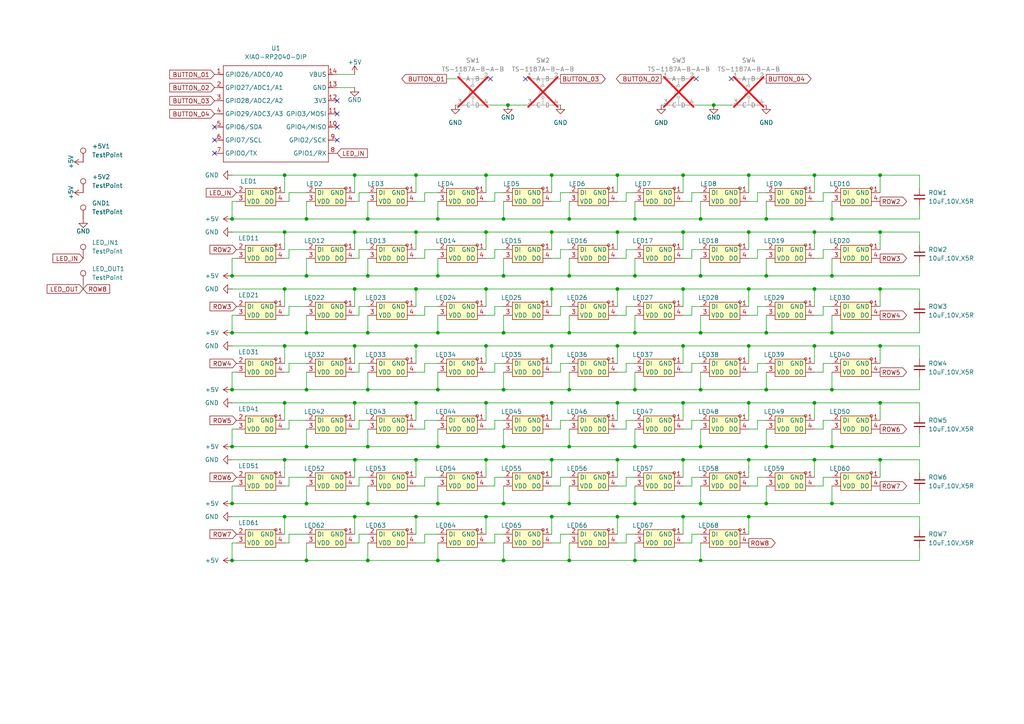
<source format=kicad_sch>
(kicad_sch (version 20250114) (generator "eeschema") (generator_version "9.0")
  (paper "A4")
  (junction (at 106.68 162.56))
  (junction (at 203.2 113.03))
  (junction (at 102.87 133.35))
  (junction (at 127 63.5))
  (junction (at 82.55 149.86))
  (junction (at 203.2 162.56))
  (junction (at 127 80.01))
  (junction (at 160.02 149.86))
  (junction (at 102.87 67.31))
  (junction (at 184.15 96.52))
  (junction (at 222.25 96.52))
  (junction (at 222.25 129.54))
  (junction (at 127 113.03))
  (junction (at 67.31 162.56))
  (junction (at 102.87 100.33))
  (junction (at 120.65 100.33))
  (junction (at 67.31 63.5))
  (junction (at 179.07 67.31))
  (junction (at 67.31 129.54))
  (junction (at 67.31 80.01))
  (junction (at 207.01 30.48))
  (junction (at 165.1 146.05))
  (junction (at 241.3 63.5))
  (junction (at 82.55 116.84))
  (junction (at 140.97 116.84))
  (junction (at 82.55 133.35))
  (junction (at 120.65 50.8))
  (junction (at 88.9 146.05))
  (junction (at 67.31 146.05))
  (junction (at 255.27 67.31))
  (junction (at 82.55 100.33))
  (junction (at 236.22 83.82))
  (junction (at 140.97 83.82))
  (junction (at 127 96.52))
  (junction (at 217.17 100.33))
  (junction (at 102.87 83.82))
  (junction (at 102.87 50.8))
  (junction (at 222.25 113.03))
  (junction (at 255.27 83.82))
  (junction (at 203.2 80.01))
  (junction (at 241.3 113.03))
  (junction (at 203.2 146.05))
  (junction (at 140.97 50.8))
  (junction (at 217.17 50.8))
  (junction (at 88.9 80.01))
  (junction (at 120.65 133.35))
  (junction (at 179.07 116.84))
  (junction (at 146.05 146.05))
  (junction (at 160.02 67.31))
  (junction (at 140.97 67.31))
  (junction (at 241.3 80.01))
  (junction (at 165.1 129.54))
  (junction (at 88.9 113.03))
  (junction (at 88.9 96.52))
  (junction (at 102.87 116.84))
  (junction (at 184.15 162.56))
  (junction (at 120.65 149.86))
  (junction (at 127 146.05))
  (junction (at 184.15 63.5))
  (junction (at 179.07 50.8))
  (junction (at 184.15 146.05))
  (junction (at 203.2 96.52))
  (junction (at 184.15 80.01))
  (junction (at 203.2 63.5))
  (junction (at 241.3 129.54))
  (junction (at 160.02 83.82))
  (junction (at 179.07 83.82))
  (junction (at 120.65 67.31))
  (junction (at 165.1 96.52))
  (junction (at 236.22 100.33))
  (junction (at 241.3 96.52))
  (junction (at 146.05 96.52))
  (junction (at 146.05 63.5))
  (junction (at 217.17 67.31))
  (junction (at 217.17 149.86))
  (junction (at 82.55 83.82))
  (junction (at 255.27 100.33))
  (junction (at 127 129.54))
  (junction (at 82.55 67.31))
  (junction (at 236.22 67.31))
  (junction (at 88.9 162.56))
  (junction (at 222.25 63.5))
  (junction (at 198.12 133.35))
  (junction (at 106.68 129.54))
  (junction (at 67.31 96.52))
  (junction (at 255.27 50.8))
  (junction (at 146.05 162.56))
  (junction (at 198.12 116.84))
  (junction (at 165.1 162.56))
  (junction (at 146.05 129.54))
  (junction (at 106.68 146.05))
  (junction (at 160.02 100.33))
  (junction (at 217.17 83.82))
  (junction (at 140.97 133.35))
  (junction (at 217.17 133.35))
  (junction (at 88.9 63.5))
  (junction (at 184.15 129.54))
  (junction (at 120.65 116.84))
  (junction (at 222.25 80.01))
  (junction (at 160.02 116.84))
  (junction (at 146.05 113.03))
  (junction (at 198.12 83.82))
  (junction (at 198.12 149.86))
  (junction (at 106.68 96.52))
  (junction (at 198.12 100.33))
  (junction (at 67.31 113.03))
  (junction (at 106.68 80.01))
  (junction (at 236.22 116.84))
  (junction (at 147.32 30.48))
  (junction (at 236.22 133.35))
  (junction (at 255.27 133.35))
  (junction (at 88.9 129.54))
  (junction (at 102.87 149.86))
  (junction (at 127 162.56))
  (junction (at 120.65 83.82))
  (junction (at 198.12 67.31))
  (junction (at 82.55 50.8))
  (junction (at 140.97 149.86))
  (junction (at 160.02 50.8))
  (junction (at 179.07 133.35))
  (junction (at 106.68 113.03))
  (junction (at 165.1 113.03))
  (junction (at 236.22 50.8))
  (junction (at 179.07 149.86))
  (junction (at 198.12 50.8))
  (junction (at 179.07 100.33))
  (junction (at 160.02 133.35))
  (junction (at 140.97 100.33))
  (junction (at 222.25 146.05))
  (junction (at 165.1 63.5))
  (junction (at 106.68 63.5))
  (junction (at 241.3 146.05))
  (junction (at 184.15 113.03))
  (junction (at 165.1 80.01))
  (junction (at 203.2 129.54))
  (junction (at 255.27 116.84))
  (junction (at 217.17 116.84))
  (junction (at 146.05 80.01))
  (no_connect (at 97.79 40.64))
  (no_connect (at 142.24 22.86))
  (no_connect (at 152.4 22.86))
  (no_connect (at 62.23 36.83))
  (no_connect (at 97.79 36.83))
  (no_connect (at 62.23 44.45))
  (no_connect (at 62.23 40.64))
  (no_connect (at 201.93 22.86))
  (no_connect (at 97.79 29.21))
  (no_connect (at 97.79 33.02))
  (no_connect (at 212.09 22.86))
  (wire (pts (xy 82.55 149.86) (xy 82.55 154.94)))
  (wire (pts (xy 181.61 72.39) (xy 184.15 72.39)))
  (wire (pts (xy 104.14 124.46) (xy 104.14 121.92)))
  (wire (pts (xy 179.07 149.86) (xy 179.07 154.94)))
  (wire (pts (xy 146.05 74.93) (xy 146.05 80.01)))
  (wire (pts (xy 106.68 96.52) (xy 127 96.52)))
  (wire (pts (xy 266.7 96.52) (xy 266.7 92.71)))
  (wire (pts (xy 162.56 124.46) (xy 162.56 121.92)))
  (wire (pts (xy 102.87 149.86) (xy 120.65 149.86)))
  (wire (pts (xy 123.19 124.46) (xy 123.19 121.92)))
  (wire (pts (xy 179.07 133.35) (xy 179.07 138.43)))
  (wire (pts (xy 198.12 107.95) (xy 200.66 107.95)))
  (wire (pts (xy 179.07 107.95) (xy 181.61 107.95)))
  (wire (pts (xy 82.55 67.31) (xy 102.87 67.31)))
  (wire (pts (xy 146.05 91.44) (xy 146.05 96.52)))
  (wire (pts (xy 102.87 116.84) (xy 102.87 121.92)))
  (wire (pts (xy 165.1 91.44) (xy 165.1 96.52)))
  (wire (pts (xy 200.66 154.94) (xy 203.2 154.94)))
  (wire (pts (xy 217.17 58.42) (xy 219.71 58.42)))
  (wire (pts (xy 146.05 140.97) (xy 146.05 146.05)))
  (wire (pts (xy 236.22 133.35) (xy 255.27 133.35)))
  (wire (pts (xy 241.3 107.95) (xy 241.3 113.03)))
  (wire (pts (xy 140.97 107.95) (xy 143.51 107.95)))
  (wire (pts (xy 179.07 124.46) (xy 181.61 124.46)))
  (wire (pts (xy 198.12 83.82) (xy 198.12 88.9)))
  (wire (pts (xy 123.19 55.88) (xy 127 55.88)))
  (wire (pts (xy 160.02 157.48) (xy 162.56 157.48)))
  (wire (pts (xy 165.1 74.93) (xy 165.1 80.01)))
  (wire (pts (xy 222.25 129.54) (xy 241.3 129.54)))
  (wire (pts (xy 217.17 149.86) (xy 217.17 154.94)))
  (wire (pts (xy 120.65 157.48) (xy 123.19 157.48)))
  (wire (pts (xy 106.68 80.01) (xy 127 80.01)))
  (wire (pts (xy 140.97 116.84) (xy 160.02 116.84)))
  (wire (pts (xy 82.55 157.48) (xy 83.82 157.48)))
  (wire (pts (xy 106.68 146.05) (xy 127 146.05)))
  (wire (pts (xy 104.14 55.88) (xy 106.68 55.88)))
  (wire (pts (xy 266.7 149.86) (xy 266.7 153.67)))
  (wire (pts (xy 184.15 113.03) (xy 203.2 113.03)))
  (wire (pts (xy 181.61 105.41) (xy 184.15 105.41)))
  (wire (pts (xy 120.65 149.86) (xy 120.65 154.94)))
  (wire (pts (xy 120.65 100.33) (xy 140.97 100.33)))
  (wire (pts (xy 241.3 80.01) (xy 266.7 80.01)))
  (wire (pts (xy 127 129.54) (xy 146.05 129.54)))
  (wire (pts (xy 88.9 124.46) (xy 88.9 129.54)))
  (wire (pts (xy 219.71 107.95) (xy 219.71 105.41)))
  (wire (pts (xy 123.19 88.9) (xy 127 88.9)))
  (wire (pts (xy 222.25 63.5) (xy 241.3 63.5)))
  (wire (pts (xy 82.55 83.82) (xy 82.55 88.9)))
  (wire (pts (xy 160.02 83.82) (xy 160.02 88.9)))
  (wire (pts (xy 102.87 74.93) (xy 104.14 74.93)))
  (wire (pts (xy 88.9 140.97) (xy 88.9 146.05)))
  (wire (pts (xy 222.25 107.95) (xy 222.25 113.03)))
  (wire (pts (xy 67.31 162.56) (xy 88.9 162.56)))
  (wire (pts (xy 203.2 157.48) (xy 203.2 162.56)))
  (wire (pts (xy 219.71 88.9) (xy 222.25 88.9)))
  (wire (pts (xy 255.27 67.31) (xy 266.7 67.31)))
  (wire (pts (xy 140.97 91.44) (xy 143.51 91.44)))
  (wire (pts (xy 179.07 83.82) (xy 179.07 88.9)))
  (wire (pts (xy 200.66 74.93) (xy 200.66 72.39)))
  (wire (pts (xy 102.87 67.31) (xy 120.65 67.31)))
  (wire (pts (xy 102.87 67.31) (xy 102.87 72.39)))
  (wire (pts (xy 160.02 140.97) (xy 162.56 140.97)))
  (wire (pts (xy 127 96.52) (xy 146.05 96.52)))
  (wire (pts (xy 127 91.44) (xy 127 96.52)))
  (wire (pts (xy 241.3 129.54) (xy 266.7 129.54)))
  (wire (pts (xy 181.61 121.92) (xy 184.15 121.92)))
  (wire (pts (xy 238.76 140.97) (xy 238.76 138.43)))
  (wire (pts (xy 160.02 124.46) (xy 162.56 124.46)))
  (wire (pts (xy 102.87 100.33) (xy 102.87 105.41)))
  (wire (pts (xy 222.25 113.03) (xy 241.3 113.03)))
  (wire (pts (xy 200.66 91.44) (xy 200.66 88.9)))
  (wire (pts (xy 127 107.95) (xy 127 113.03)))
  (wire (pts (xy 120.65 133.35) (xy 140.97 133.35)))
  (wire (pts (xy 203.2 162.56) (xy 266.7 162.56)))
  (wire (pts (xy 83.82 138.43) (xy 88.9 138.43)))
  (wire (pts (xy 203.2 91.44) (xy 203.2 96.52)))
  (wire (pts (xy 123.19 138.43) (xy 127 138.43)))
  (wire (pts (xy 181.61 157.48) (xy 181.61 154.94)))
  (wire (pts (xy 217.17 83.82) (xy 217.17 88.9)))
  (wire (pts (xy 143.51 88.9) (xy 146.05 88.9)))
  (wire (pts (xy 146.05 157.48) (xy 146.05 162.56)))
  (wire (pts (xy 222.25 96.52) (xy 241.3 96.52)))
  (wire (pts (xy 146.05 58.42) (xy 146.05 63.5)))
  (wire (pts (xy 266.7 113.03) (xy 266.7 109.22)))
  (wire (pts (xy 236.22 107.95) (xy 238.76 107.95)))
  (wire (pts (xy 88.9 58.42) (xy 88.9 63.5)))
  (wire (pts (xy 83.82 105.41) (xy 88.9 105.41)))
  (wire (pts (xy 102.87 116.84) (xy 120.65 116.84)))
  (wire (pts (xy 82.55 83.82) (xy 102.87 83.82)))
  (wire (pts (xy 236.22 58.42) (xy 238.76 58.42)))
  (wire (pts (xy 198.12 67.31) (xy 217.17 67.31)))
  (wire (pts (xy 67.31 124.46) (xy 67.31 129.54)))
  (wire (pts (xy 83.82 74.93) (xy 83.82 72.39)))
  (wire (pts (xy 165.1 113.03) (xy 184.15 113.03)))
  (wire (pts (xy 143.51 140.97) (xy 143.51 138.43)))
  (wire (pts (xy 140.97 157.48) (xy 143.51 157.48)))
  (wire (pts (xy 217.17 124.46) (xy 219.71 124.46)))
  (wire (pts (xy 104.14 105.41) (xy 106.68 105.41)))
  (wire (pts (xy 82.55 116.84) (xy 82.55 121.92)))
  (wire (pts (xy 123.19 58.42) (xy 123.19 55.88)))
  (wire (pts (xy 147.32 30.48) (xy 152.4 30.48)))
  (wire (pts (xy 82.55 91.44) (xy 83.82 91.44)))
  (wire (pts (xy 88.9 157.48) (xy 88.9 162.56)))
  (wire (pts (xy 88.9 129.54) (xy 106.68 129.54)))
  (wire (pts (xy 255.27 72.39) (xy 255.27 67.31)))
  (wire (pts (xy 203.2 63.5) (xy 222.25 63.5)))
  (wire (pts (xy 67.31 58.42) (xy 67.31 63.5)))
  (wire (pts (xy 127 162.56) (xy 146.05 162.56)))
  (wire (pts (xy 200.66 55.88) (xy 203.2 55.88)))
  (wire (pts (xy 82.55 50.8) (xy 102.87 50.8)))
  (wire (pts (xy 266.7 67.31) (xy 266.7 71.12)))
  (wire (pts (xy 140.97 116.84) (xy 140.97 121.92)))
  (wire (pts (xy 123.19 91.44) (xy 123.19 88.9)))
  (wire (pts (xy 67.31 146.05) (xy 88.9 146.05)))
  (wire (pts (xy 236.22 50.8) (xy 255.27 50.8)))
  (wire (pts (xy 219.71 138.43) (xy 222.25 138.43)))
  (wire (pts (xy 165.1 80.01) (xy 184.15 80.01)))
  (wire (pts (xy 241.3 74.93) (xy 241.3 80.01)))
  (wire (pts (xy 140.97 67.31) (xy 140.97 72.39)))
  (wire (pts (xy 266.7 116.84) (xy 266.7 120.65)))
  (wire (pts (xy 203.2 80.01) (xy 222.25 80.01)))
  (wire (pts (xy 179.07 100.33) (xy 198.12 100.33)))
  (wire (pts (xy 255.27 116.84) (xy 266.7 116.84)))
  (wire (pts (xy 181.61 91.44) (xy 181.61 88.9)))
  (wire (pts (xy 236.22 67.31) (xy 236.22 72.39)))
  (wire (pts (xy 67.31 149.86) (xy 82.55 149.86)))
  (wire (pts (xy 179.07 74.93) (xy 181.61 74.93)))
  (wire (pts (xy 179.07 58.42) (xy 181.61 58.42)))
  (wire (pts (xy 102.87 157.48) (xy 104.14 157.48)))
  (wire (pts (xy 217.17 140.97) (xy 219.71 140.97)))
  (wire (pts (xy 217.17 83.82) (xy 236.22 83.82)))
  (wire (pts (xy 236.22 83.82) (xy 236.22 88.9)))
  (wire (pts (xy 106.68 74.93) (xy 106.68 80.01)))
  (wire (pts (xy 162.56 157.48) (xy 162.56 154.94)))
  (wire (pts (xy 143.51 154.94) (xy 146.05 154.94)))
  (wire (pts (xy 127 140.97) (xy 127 146.05)))
  (wire (pts (xy 219.71 105.41) (xy 222.25 105.41)))
  (wire (pts (xy 106.68 124.46) (xy 106.68 129.54)))
  (wire (pts (xy 238.76 72.39) (xy 241.3 72.39)))
  (wire (pts (xy 162.56 74.93) (xy 162.56 72.39)))
  (wire (pts (xy 143.51 138.43) (xy 146.05 138.43)))
  (wire (pts (xy 106.68 63.5) (xy 127 63.5)))
  (wire (pts (xy 255.27 121.92) (xy 255.27 116.84)))
  (wire (pts (xy 102.87 100.33) (xy 120.65 100.33)))
  (wire (pts (xy 88.9 113.03) (xy 106.68 113.03)))
  (wire (pts (xy 255.27 100.33) (xy 266.7 100.33)))
  (wire (pts (xy 184.15 80.01) (xy 203.2 80.01)))
  (wire (pts (xy 123.19 74.93) (xy 123.19 72.39)))
  (wire (pts (xy 143.51 58.42) (xy 143.51 55.88)))
  (wire (pts (xy 179.07 67.31) (xy 198.12 67.31)))
  (wire (pts (xy 255.27 88.9) (xy 255.27 83.82)))
  (wire (pts (xy 143.51 121.92) (xy 146.05 121.92)))
  (wire (pts (xy 67.31 133.35) (xy 82.55 133.35)))
  (wire (pts (xy 238.76 138.43) (xy 241.3 138.43)))
  (wire (pts (xy 179.07 149.86) (xy 198.12 149.86)))
  (wire (pts (xy 67.31 116.84) (xy 82.55 116.84)))
  (wire (pts (xy 83.82 140.97) (xy 83.82 138.43)))
  (wire (pts (xy 238.76 121.92) (xy 241.3 121.92)))
  (wire (pts (xy 198.12 83.82) (xy 217.17 83.82)))
  (wire (pts (xy 160.02 100.33) (xy 179.07 100.33)))
  (wire (pts (xy 120.65 67.31) (xy 120.65 72.39)))
  (wire (pts (xy 104.14 58.42) (xy 104.14 55.88)))
  (wire (pts (xy 104.14 140.97) (xy 104.14 138.43)))
  (wire (pts (xy 102.87 91.44) (xy 104.14 91.44)))
  (wire (pts (xy 140.97 58.42) (xy 143.51 58.42)))
  (wire (pts (xy 200.66 124.46) (xy 200.66 121.92)))
  (wire (pts (xy 67.31 113.03) (xy 88.9 113.03)))
  (wire (pts (xy 266.7 133.35) (xy 266.7 137.16)))
  (wire (pts (xy 181.61 74.93) (xy 181.61 72.39)))
  (wire (pts (xy 143.51 124.46) (xy 143.51 121.92)))
  (wire (pts (xy 162.56 91.44) (xy 162.56 88.9)))
  (wire (pts (xy 83.82 124.46) (xy 83.82 121.92)))
  (wire (pts (xy 143.51 91.44) (xy 143.51 88.9)))
  (wire (pts (xy 123.19 107.95) (xy 123.19 105.41)))
  (wire (pts (xy 140.97 50.8) (xy 140.97 55.88)))
  (wire (pts (xy 165.1 107.95) (xy 165.1 113.03)))
  (wire (pts (xy 67.31 91.44) (xy 67.31 96.52)))
  (wire (pts (xy 165.1 140.97) (xy 165.1 146.05)))
  (wire (pts (xy 104.14 88.9) (xy 106.68 88.9)))
  (wire (pts (xy 222.25 140.97) (xy 222.25 146.05)))
  (wire (pts (xy 146.05 107.95) (xy 146.05 113.03)))
  (wire (pts (xy 88.9 146.05) (xy 106.68 146.05)))
  (wire (pts (xy 67.31 129.54) (xy 88.9 129.54)))
  (wire (pts (xy 106.68 129.54) (xy 127 129.54)))
  (wire (pts (xy 127 157.48) (xy 127 162.56)))
  (wire (pts (xy 165.1 96.52) (xy 184.15 96.52)))
  (wire (pts (xy 127 146.05) (xy 146.05 146.05)))
  (wire (pts (xy 140.97 133.35) (xy 160.02 133.35)))
  (wire (pts (xy 241.3 124.46) (xy 241.3 129.54)))
  (wire (pts (xy 160.02 50.8) (xy 179.07 50.8)))
  (wire (pts (xy 241.3 140.97) (xy 241.3 146.05)))
  (wire (pts (xy 217.17 133.35) (xy 217.17 138.43)))
  (wire (pts (xy 217.17 116.84) (xy 236.22 116.84)))
  (wire (pts (xy 266.7 129.54) (xy 266.7 125.73)))
  (wire (pts (xy 266.7 100.33) (xy 266.7 104.14)))
  (wire (pts (xy 200.66 58.42) (xy 200.66 55.88)))
  (wire (pts (xy 140.97 83.82) (xy 160.02 83.82)))
  (wire (pts (xy 67.31 157.48) (xy 67.31 162.56)))
  (wire (pts (xy 236.22 116.84) (xy 236.22 121.92)))
  (wire (pts (xy 162.56 58.42) (xy 162.56 55.88)))
  (wire (pts (xy 67.31 74.93) (xy 68.58 74.93)))
  (wire (pts (xy 140.97 50.8) (xy 160.02 50.8)))
  (wire (pts (xy 104.14 107.95) (xy 104.14 105.41)))
  (wire (pts (xy 255.27 83.82) (xy 266.7 83.82)))
  (wire (pts (xy 160.02 58.42) (xy 162.56 58.42)))
  (wire (pts (xy 238.76 124.46) (xy 238.76 121.92)))
  (wire (pts (xy 142.24 30.48) (xy 147.32 30.48)))
  (wire (pts (xy 120.65 83.82) (xy 120.65 88.9)))
  (wire (pts (xy 200.66 138.43) (xy 203.2 138.43)))
  (wire (pts (xy 219.71 55.88) (xy 222.25 55.88)))
  (wire (pts (xy 146.05 63.5) (xy 165.1 63.5)))
  (wire (pts (xy 198.12 149.86) (xy 217.17 149.86)))
  (wire (pts (xy 106.68 140.97) (xy 106.68 146.05)))
  (wire (pts (xy 83.82 157.48) (xy 83.82 154.94)))
  (wire (pts (xy 219.71 140.97) (xy 219.71 138.43)))
  (wire (pts (xy 179.07 83.82) (xy 198.12 83.82)))
  (wire (pts (xy 219.71 72.39) (xy 222.25 72.39)))
  (wire (pts (xy 241.3 91.44) (xy 241.3 96.52)))
  (wire (pts (xy 97.79 21.59) (xy 102.87 21.59)))
  (wire (pts (xy 102.87 83.82) (xy 120.65 83.82)))
  (wire (pts (xy 203.2 58.42) (xy 203.2 63.5)))
  (wire (pts (xy 236.22 91.44) (xy 238.76 91.44)))
  (wire (pts (xy 67.31 140.97) (xy 68.58 140.97)))
  (wire (pts (xy 67.31 157.48) (xy 68.58 157.48)))
  (wire (pts (xy 200.66 105.41) (xy 203.2 105.41)))
  (wire (pts (xy 184.15 146.05) (xy 203.2 146.05)))
  (wire (pts (xy 198.12 74.93) (xy 200.66 74.93)))
  (wire (pts (xy 217.17 133.35) (xy 236.22 133.35)))
  (wire (pts (xy 88.9 80.01) (xy 106.68 80.01)))
  (wire (pts (xy 162.56 140.97) (xy 162.56 138.43)))
  (wire (pts (xy 179.07 100.33) (xy 179.07 105.41)))
  (wire (pts (xy 255.27 105.41) (xy 255.27 100.33)))
  (wire (pts (xy 88.9 63.5) (xy 106.68 63.5)))
  (wire (pts (xy 238.76 88.9) (xy 241.3 88.9)))
  (wire (pts (xy 140.97 74.93) (xy 143.51 74.93)))
  (wire (pts (xy 102.87 50.8) (xy 120.65 50.8)))
  (wire (pts (xy 127 113.03) (xy 146.05 113.03)))
  (wire (pts (xy 238.76 105.41) (xy 241.3 105.41)))
  (wire (pts (xy 219.71 74.93) (xy 219.71 72.39)))
  (wire (pts (xy 83.82 91.44) (xy 83.82 88.9)))
  (wire (pts (xy 67.31 83.82) (xy 82.55 83.82)))
  (wire (pts (xy 129.54 22.86) (xy 132.08 22.86)))
  (wire (pts (xy 83.82 58.42) (xy 83.82 55.88)))
  (wire (pts (xy 181.61 107.95) (xy 181.61 105.41)))
  (wire (pts (xy 143.51 72.39) (xy 146.05 72.39)))
  (wire (pts (xy 123.19 157.48) (xy 123.19 154.94)))
  (wire (pts (xy 236.22 100.33) (xy 236.22 105.41)))
  (wire (pts (xy 203.2 96.52) (xy 222.25 96.52)))
  (wire (pts (xy 217.17 67.31) (xy 236.22 67.31)))
  (wire (pts (xy 67.31 91.44) (xy 68.58 91.44)))
  (wire (pts (xy 255.27 50.8) (xy 266.7 50.8)))
  (wire (pts (xy 222.25 146.05) (xy 241.3 146.05)))
  (wire (pts (xy 160.02 100.33) (xy 160.02 105.41)))
  (wire (pts (xy 67.31 50.8) (xy 82.55 50.8)))
  (wire (pts (xy 236.22 140.97) (xy 238.76 140.97)))
  (wire (pts (xy 67.31 140.97) (xy 67.31 146.05)))
  (wire (pts (xy 184.15 58.42) (xy 184.15 63.5)))
  (wire (pts (xy 160.02 116.84) (xy 179.07 116.84)))
  (wire (pts (xy 198.12 100.33) (xy 198.12 105.41)))
  (wire (pts (xy 67.31 74.93) (xy 67.31 80.01)))
  (wire (pts (xy 255.27 55.88) (xy 255.27 50.8)))
  (wire (pts (xy 266.7 162.56) (xy 266.7 158.75)))
  (wire (pts (xy 198.12 100.33) (xy 217.17 100.33)))
  (wire (pts (xy 200.66 88.9) (xy 203.2 88.9)))
  (wire (pts (xy 82.55 100.33) (xy 82.55 105.41)))
  (wire (pts (xy 198.12 67.31) (xy 198.12 72.39)))
  (wire (pts (xy 217.17 67.31) (xy 217.17 72.39)))
  (wire (pts (xy 219.71 91.44) (xy 219.71 88.9)))
  (wire (pts (xy 181.61 55.88) (xy 184.15 55.88)))
  (wire (pts (xy 120.65 58.42) (xy 123.19 58.42)))
  (wire (pts (xy 106.68 162.56) (xy 127 162.56)))
  (wire (pts (xy 83.82 72.39) (xy 88.9 72.39)))
  (wire (pts (xy 198.12 58.42) (xy 200.66 58.42)))
  (wire (pts (xy 143.51 105.41) (xy 146.05 105.41)))
  (wire (pts (xy 179.07 116.84) (xy 198.12 116.84)))
  (wire (pts (xy 143.51 55.88) (xy 146.05 55.88)))
  (wire (pts (xy 120.65 124.46) (xy 123.19 124.46)))
  (wire (pts (xy 198.12 116.84) (xy 217.17 116.84)))
  (wire (pts (xy 82.55 124.46) (xy 83.82 124.46)))
  (wire (pts (xy 140.97 140.97) (xy 143.51 140.97)))
  (wire (pts (xy 181.61 140.97) (xy 181.61 138.43)))
  (wire (pts (xy 127 124.46) (xy 127 129.54)))
  (wire (pts (xy 238.76 91.44) (xy 238.76 88.9)))
  (wire (pts (xy 82.55 107.95) (xy 83.82 107.95)))
  (wire (pts (xy 143.51 107.95) (xy 143.51 105.41)))
  (wire (pts (xy 160.02 133.35) (xy 160.02 138.43)))
  (wire (pts (xy 160.02 91.44) (xy 162.56 91.44)))
  (wire (pts (xy 120.65 116.84) (xy 120.65 121.92)))
  (wire (pts (xy 146.05 129.54) (xy 165.1 129.54)))
  (wire (pts (xy 222.25 91.44) (xy 222.25 96.52)))
  (wire (pts (xy 238.76 58.42) (xy 238.76 55.88)))
  (wire (pts (xy 120.65 83.82) (xy 140.97 83.82)))
  (wire (pts (xy 219.71 58.42) (xy 219.71 55.88)))
  (wire (pts (xy 146.05 124.46) (xy 146.05 129.54)))
  (wire (pts (xy 179.07 116.84) (xy 179.07 121.92)))
  (wire (pts (xy 198.12 140.97) (xy 200.66 140.97)))
  (wire (pts (xy 241.3 96.52) (xy 266.7 96.52)))
  (wire (pts (xy 123.19 72.39) (xy 127 72.39)))
  (wire (pts (xy 104.14 121.92) (xy 106.68 121.92)))
  (wire (pts (xy 236.22 67.31) (xy 255.27 67.31)))
  (wire (pts (xy 67.31 80.01) (xy 88.9 80.01)))
  (wire (pts (xy 67.31 58.42) (xy 68.58 58.42)))
  (wire (pts (xy 140.97 67.31) (xy 160.02 67.31)))
  (wire (pts (xy 127 58.42) (xy 127 63.5)))
  (wire (pts (xy 104.14 138.43) (xy 106.68 138.43)))
  (wire (pts (xy 162.56 105.41) (xy 165.1 105.41)))
  (wire (pts (xy 200.66 121.92) (xy 203.2 121.92)))
  (wire (pts (xy 67.31 67.31) (xy 82.55 67.31)))
  (wire (pts (xy 67.31 63.5) (xy 88.9 63.5)))
  (wire (pts (xy 146.05 80.01) (xy 165.1 80.01)))
  (wire (pts (xy 217.17 100.33) (xy 236.22 100.33)))
  (wire (pts (xy 140.97 133.35) (xy 140.97 138.43)))
  (wire (pts (xy 162.56 72.39) (xy 165.1 72.39)))
  (wire (pts (xy 82.55 50.8) (xy 82.55 55.88)))
  (wire (pts (xy 255.27 133.35) (xy 266.7 133.35)))
  (wire (pts (xy 219.71 121.92) (xy 222.25 121.92)))
  (wire (pts (xy 203.2 129.54) (xy 222.25 129.54)))
  (wire (pts (xy 127 74.93) (xy 127 80.01)))
  (wire (pts (xy 104.14 154.94) (xy 106.68 154.94)))
  (wire (pts (xy 140.97 83.82) (xy 140.97 88.9)))
  (wire (pts (xy 82.55 140.97) (xy 83.82 140.97)))
  (wire (pts (xy 217.17 107.95) (xy 219.71 107.95)))
  (wire (pts (xy 160.02 149.86) (xy 179.07 149.86)))
  (wire (pts (xy 160.02 74.93) (xy 162.56 74.93)))
  (wire (pts (xy 236.22 100.33) (xy 255.27 100.33)))
  (wire (pts (xy 106.68 113.03) (xy 127 113.03)))
  (wire (pts (xy 222.25 58.42) (xy 222.25 63.5)))
  (wire (pts (xy 236.22 133.35) (xy 236.22 138.43)))
  (wire (pts (xy 82.55 67.31) (xy 82.55 72.39)))
  (wire (pts (xy 88.9 107.95) (xy 88.9 113.03)))
  (wire (pts (xy 198.12 149.86) (xy 198.12 154.94)))
  (wire (pts (xy 83.82 121.92) (xy 88.9 121.92)))
  (wire (pts (xy 222.25 124.46) (xy 222.25 129.54)))
  (wire (pts (xy 238.76 107.95) (xy 238.76 105.41)))
  (wire (pts (xy 198.12 133.35) (xy 198.12 138.43)))
  (wire (pts (xy 120.65 149.86) (xy 140.97 149.86)))
  (wire (pts (xy 123.19 154.94) (xy 127 154.94)))
  (wire (pts (xy 198.12 116.84) (xy 198.12 121.92)))
  (wire (pts (xy 203.2 124.46) (xy 203.2 129.54)))
  (wire (pts (xy 120.65 140.97) (xy 123.19 140.97)))
  (wire (pts (xy 162.56 88.9) (xy 165.1 88.9)))
  (wire (pts (xy 207.01 30.48) (xy 212.09 30.48)))
  (wire (pts (xy 184.15 107.95) (xy 184.15 113.03)))
  (wire (pts (xy 127 80.01) (xy 146.05 80.01)))
  (wire (pts (xy 102.87 133.35) (xy 120.65 133.35)))
  (wire (pts (xy 146.05 113.03) (xy 165.1 113.03)))
  (wire (pts (xy 203.2 107.95) (xy 203.2 113.03)))
  (wire (pts (xy 162.56 107.95) (xy 162.56 105.41)))
  (wire (pts (xy 198.12 50.8) (xy 198.12 55.88)))
  (wire (pts (xy 165.1 162.56) (xy 184.15 162.56)))
  (wire (pts (xy 217.17 50.8) (xy 236.22 50.8)))
  (wire (pts (xy 82.55 100.33) (xy 102.87 100.33)))
  (wire (pts (xy 179.07 91.44) (xy 181.61 91.44)))
  (wire (pts (xy 123.19 105.41) (xy 127 105.41)))
  (wire (pts (xy 181.61 88.9) (xy 184.15 88.9)))
  (wire (pts (xy 140.97 100.33) (xy 160.02 100.33)))
  (wire (pts (xy 67.31 96.52) (xy 88.9 96.52)))
  (wire (pts (xy 165.1 129.54) (xy 184.15 129.54)))
  (wire (pts (xy 104.14 72.39) (xy 106.68 72.39)))
  (wire (pts (xy 201.93 30.48) (xy 207.01 30.48)))
  (wire (pts (xy 179.07 157.48) (xy 181.61 157.48)))
  (wire (pts (xy 83.82 55.88) (xy 88.9 55.88)))
  (wire (pts (xy 120.65 100.33) (xy 120.65 105.41)))
  (wire (pts (xy 102.87 124.46) (xy 104.14 124.46)))
  (wire (pts (xy 200.66 140.97) (xy 200.66 138.43)))
  (wire (pts (xy 219.71 124.46) (xy 219.71 121.92)))
  (wire (pts (xy 140.97 149.86) (xy 140.97 154.94)))
  (wire (pts (xy 162.56 154.94) (xy 165.1 154.94)))
  (wire (pts (xy 83.82 107.95) (xy 83.82 105.41)))
  (wire (pts (xy 179.07 50.8) (xy 198.12 50.8)))
  (wire (pts (xy 165.1 146.05) (xy 184.15 146.05)))
  (wire (pts (xy 123.19 140.97) (xy 123.19 138.43)))
  (wire (pts (xy 181.61 124.46) (xy 181.61 121.92)))
  (wire (pts (xy 165.1 63.5) (xy 184.15 63.5)))
  (wire (pts (xy 203.2 140.97) (xy 203.2 146.05)))
  (wire (pts (xy 238.76 74.93) (xy 238.76 72.39)))
  (wire (pts (xy 162.56 121.92) (xy 165.1 121.92)))
  (wire (pts (xy 88.9 96.52) (xy 106.68 96.52)))
  (wire (pts (xy 203.2 74.93) (xy 203.2 80.01)))
  (wire (pts (xy 160.02 149.86) (xy 160.02 154.94)))
  (wire (pts (xy 120.65 91.44) (xy 123.19 91.44)))
  (wire (pts (xy 266.7 146.05) (xy 266.7 142.24)))
  (wire (pts (xy 140.97 124.46) (xy 143.51 124.46)))
  (wire (pts (xy 200.66 72.39) (xy 203.2 72.39)))
  (wire (pts (xy 120.65 116.84) (xy 140.97 116.84)))
  (wire (pts (xy 241.3 58.42) (xy 241.3 63.5)))
  (wire (pts (xy 184.15 124.46) (xy 184.15 129.54)))
  (wire (pts (xy 120.65 107.95) (xy 123.19 107.95)))
  (wire (pts (xy 67.31 124.46) (xy 68.58 124.46)))
  (wire (pts (xy 140.97 149.86) (xy 160.02 149.86)))
  (wire (pts (xy 160.02 83.82) (xy 179.07 83.82)))
  (wire (pts (xy 236.22 83.82) (xy 255.27 83.82)))
  (wire (pts (xy 88.9 74.93) (xy 88.9 80.01)))
  (wire (pts (xy 266.7 80.01) (xy 266.7 76.2)))
  (wire (pts (xy 160.02 133.35) (xy 179.07 133.35)))
  (wire (pts (xy 217.17 50.8) (xy 217.17 55.88)))
  (wire (pts (xy 203.2 113.03) (xy 222.25 113.03)))
  (wire (pts (xy 102.87 107.95) (xy 104.14 107.95)))
  (wire (pts (xy 198.12 91.44) (xy 200.66 91.44)))
  (wire (pts (xy 120.65 133.35) (xy 120.65 138.43)))
  (wire (pts (xy 67.31 107.95) (xy 68.58 107.95)))
  (wire (pts (xy 88.9 162.56) (xy 106.68 162.56)))
  (wire (pts (xy 67.31 107.95) (xy 67.31 113.03)))
  (wire (pts (xy 236.22 124.46) (xy 238.76 124.46)))
  (wire (pts (xy 184.15 63.5) (xy 203.2 63.5)))
  (wire (pts (xy 97.79 25.4) (xy 102.87 25.4)))
  (wire (pts (xy 106.68 157.48) (xy 106.68 162.56)))
  (wire (pts (xy 162.56 138.43) (xy 165.1 138.43)))
  (wire (pts (xy 83.82 88.9) (xy 88.9 88.9)))
  (wire (pts (xy 181.61 154.94) (xy 184.15 154.94)))
  (wire (pts (xy 82.55 58.42) (xy 83.82 58.42)))
  (wire (pts (xy 102.87 140.97) (xy 104.14 140.97)))
  (wire (pts (xy 238.76 55.88) (xy 241.3 55.88)))
  (wire (pts (xy 181.61 58.42) (xy 181.61 55.88)))
  (wire (pts (xy 143.51 157.48) (xy 143.51 154.94)))
  (wire (pts (xy 165.1 58.42) (xy 165.1 63.5)))
  (wire (pts (xy 120.65 74.93) (xy 123.19 74.93)))
  (wire (pts (xy 217.17 74.93) (xy 219.71 74.93)))
  (wire (pts (xy 146.05 146.05) (xy 165.1 146.05)))
  (wire (pts (xy 217.17 116.84) (xy 217.17 121.92)))
  (wire (pts (xy 184.15 91.44) (xy 184.15 96.52)))
  (wire (pts (xy 266.7 83.82) (xy 266.7 87.63)))
  (wire (pts (xy 165.1 157.48) (xy 165.1 162.56)))
  (wire (pts (xy 160.02 67.31) (xy 160.02 72.39)))
  (wire (pts (xy 241.3 63.5) (xy 266.7 63.5)))
  (wire (pts (xy 146.05 96.52) (xy 165.1 96.52)))
  (wire (pts (xy 203.2 146.05) (xy 222.25 146.05)))
  (wire (pts (xy 217.17 149.86) (xy 266.7 149.86)))
  (wire (pts (xy 82.55 74.93) (xy 83.82 74.93)))
  (wire (pts (xy 160.02 50.8) (xy 160.02 55.88)))
  (wire (pts (xy 102.87 149.86) (xy 102.87 154.94)))
  (wire (pts (xy 160.02 107.95) (xy 162.56 107.95)))
  (wire (pts (xy 102.87 83.82) (xy 102.87 88.9)))
  (wire (pts (xy 143.51 74.93) (xy 143.51 72.39)))
  (wire (pts (xy 162.56 55.88) (xy 165.1 55.88)))
  (wire (pts (xy 222.25 80.01) (xy 241.3 80.01)))
  (wire (pts (xy 184.15 162.56) (xy 203.2 162.56)))
  (wire (pts (xy 181.61 138.43) (xy 184.15 138.43)))
  (wire (pts (xy 67.31 100.33) (xy 82.55 100.33)))
  (wire (pts (xy 104.14 91.44) (xy 104.14 88.9)))
  (wire (pts (xy 106.68 58.42) (xy 106.68 63.5)))
  (wire (pts (xy 140.97 100.33) (xy 140.97 105.41)))
  (wire (pts (xy 127 63.5) (xy 146.05 63.5)))
  (wire (pts (xy 184.15 96.52) (xy 203.2 96.52)))
  (wire (pts (xy 200.66 107.95) (xy 200.66 105.41)))
  (wire (pts (xy 184.15 74.93) (xy 184.15 80.01)))
  (wire (pts (xy 82.55 149.86) (xy 102.87 149.86)))
  (wire (pts (xy 236.22 116.84) (xy 255.27 116.84)))
  (wire (pts (xy 198.12 133.35) (xy 217.17 133.35)))
  (wire (pts (xy 200.66 157.48) (xy 200.66 154.94)))
  (wire (pts (xy 179.07 140.97) (xy 181.61 140.97)))
  (wire (pts (xy 236.22 74.93) (xy 238.76 74.93)))
  (wire (pts (xy 106.68 91.44) (xy 106.68 96.52)))
  (wire (pts (xy 83.82 154.94) (xy 88.9 154.94)))
  (wire (pts (xy 266.7 50.8) (xy 266.7 54.61)))
  (wire (pts (xy 123.19 121.92) (xy 127 121.92)))
  (wire (pts (xy 255.27 138.43) (xy 255.27 133.35)))
  (wire (pts (xy 179.07 50.8) (xy 179.07 55.88)))
  (wire (pts (xy 120.65 67.31) (xy 140.97 67.31)))
  (wire (pts (xy 106.68 107.95) (xy 106.68 113.03)))
  (wire (pts (xy 198.12 157.48) (xy 200.66 157.48)))
  (wire (pts (xy 104.14 157.48) (xy 104.14 154.94)))
  (wire (pts (xy 184.15 129.54) (xy 203.2 129.54)))
  (wire (pts (xy 102.87 133.35) (xy 102.87 138.43)))
  (wire (pts (xy 179.07 133.35) (xy 198.12 133.35)))
  (wire (pts (xy 160.02 116.84) (xy 160.02 121.92)))
  (wire (pts (xy 146.05 162.56) (xy 165.1 162.56)))
  (wire (pts (xy 82.55 133.35) (xy 82.55 138.43)))
  (wire (pts (xy 184.15 140.97) (xy 184.15 146.05)))
  (wire (pts (xy 160.02 67.31) (xy 179.07 67.31)))
  (wire (pts (xy 198.12 50.8) (xy 217.17 50.8)))
  (wire (pts (xy 198.12 124.46) (xy 200.66 124.46)))
  (wire (pts (xy 217.17 100.33) (xy 217.17 105.41)))
  (wire (pts (xy 82.55 116.84) (xy 102.87 116.84)))
  (wire (pts (xy 266.7 63.5) (xy 266.7 59.69)))
  (wire (pts (xy 120.65 50.8) (xy 120.65 55.88)))
  (wire (pts (xy 88.9 91.44) (xy 88.9 96.52)))
  (wire (pts (xy 82.55 133.35) (xy 102.87 133.35)))
  (wire (pts (xy 102.87 50.8) (xy 102.87 55.88)))
  (wire (pts (xy 184.15 157.48) (xy 184.15 162.56)))
  (wire (pts (xy 236.22 50.8) (xy 236.22 55.88)))
  (wire (pts (xy 24.13 83.82) (xy 24.13 82.55)))
  (wire (pts (xy 241.3 113.03) (xy 266.7 113.03)))
  (wire (pts (xy 241.3 146.05) (xy 266.7 146.05)))
  (wire (pts (xy 179.07 67.31) (xy 179.07 72.39)))
  (wire (pts (xy 222.25 74.93) (xy 222.25 80.01)))
  (wire (pts (xy 102.87 58.42) (xy 104.14 58.42)))
  (wire (pts (xy 165.1 124.46) (xy 165.1 129.54)))
  (wire (pts (xy 217.17 91.44) (xy 219.71 91.44)))
  (wire (pts (xy 104.14 74.93) (xy 104.14 72.39)))
  (wire (pts (xy 120.65 50.8) (xy 140.97 50.8)))
  (global_label "ROW5" (shape input) (at 68.58 121.92 180) (property "Intersheetrefs" "${INTERSHEET_REFS}" (effects (hide yes))))
  (global_label "LED_IN" (shape input) (at 24.13 74.93 180) (property "Intersheetrefs" "${INTERSHEET_REFS}" (effects (hide yes))))
  (global_label "BUTTON_02" (shape output) (at 191.77 22.86 180) (property "Intersheetrefs" "${INTERSHEET_REFS}" (effects (hide yes))))
  (global_label "LED_OUT" (shape input) (at 24.13 83.82 180) (property "Intersheetrefs" "${INTERSHEET_REFS}" (effects (hide yes))))
  (global_label "BUTTON_04" (shape output) (at 222.25 22.86 0) (property "Intersheetrefs" "${INTERSHEET_REFS}" (effects (hide yes))))
  (global_label "LED_IN" (shape input) (at 97.79 44.45 0) (property "Intersheetrefs" "${INTERSHEET_REFS}" (effects (hide yes))))
  (global_label "ROW7" (shape output) (at 255.27 140.97 0) (property "Intersheetrefs" "${INTERSHEET_REFS}" (effects (hide yes))))
  (global_label "ROW3" (shape input) (at 68.58 88.9 180) (property "Intersheetrefs" "${INTERSHEET_REFS}" (effects (hide yes))))
  (global_label "ROW7" (shape input) (at 68.58 154.94 180) (property "Intersheetrefs" "${INTERSHEET_REFS}" (effects (hide yes))))
  (global_label "ROW2" (shape input) (at 68.58 72.39 180) (property "Intersheetrefs" "${INTERSHEET_REFS}" (effects (hide yes))))
  (global_label "ROW6" (shape input) (at 68.58 138.43 180) (property "Intersheetrefs" "${INTERSHEET_REFS}" (effects (hide yes))))
  (global_label "BUTTON_01" (shape output) (at 129.54 22.86 180) (property "Intersheetrefs" "${INTERSHEET_REFS}" (effects (hide yes))))
  (global_label "ROW4" (shape output) (at 255.27 91.44 0) (property "Intersheetrefs" "${INTERSHEET_REFS}" (effects (hide yes))))
  (global_label "BUTTON_04" (shape input) (at 62.23 33.02 180) (property "Intersheetrefs" "${INTERSHEET_REFS}" (effects (hide yes))))
  (global_label "BUTTON_03" (shape output) (at 162.56 22.86 0) (property "Intersheetrefs" "${INTERSHEET_REFS}" (effects (hide yes))))
  (global_label "ROW6" (shape output) (at 255.27 124.46 0) (property "Intersheetrefs" "${INTERSHEET_REFS}" (effects (hide yes))))
  (global_label "BUTTON_01" (shape input) (at 62.23 21.59 180) (property "Intersheetrefs" "${INTERSHEET_REFS}" (effects (hide yes))))
  (global_label "ROW8" (shape input) (at 24.13 83.82 0) (property "Intersheetrefs" "${INTERSHEET_REFS}" (effects (hide yes))))
  (global_label "ROW8" (shape output) (at 217.17 157.48 0) (property "Intersheetrefs" "${INTERSHEET_REFS}" (effects (hide yes))))
  (global_label "ROW5" (shape output) (at 255.27 107.95 0) (property "Intersheetrefs" "${INTERSHEET_REFS}" (effects (hide yes))))
  (global_label "ROW4" (shape input) (at 68.58 105.41 180) (property "Intersheetrefs" "${INTERSHEET_REFS}" (effects (hide yes))))
  (global_label "ROW3" (shape output) (at 255.27 74.93 0) (property "Intersheetrefs" "${INTERSHEET_REFS}" (effects (hide yes))))
  (global_label "ROW2" (shape output) (at 255.27 58.42 0) (property "Intersheetrefs" "${INTERSHEET_REFS}" (effects (hide yes))))
  (global_label "LED_IN" (shape input) (at 68.58 55.88 180) (property "Intersheetrefs" "${INTERSHEET_REFS}" (effects (hide yes))))
  (global_label "BUTTON_02" (shape input) (at 62.23 25.4 180) (property "Intersheetrefs" "${INTERSHEET_REFS}" (effects (hide yes))))
  (global_label "BUTTON_03" (shape input) (at 62.23 29.21 180) (property "Intersheetrefs" "${INTERSHEET_REFS}" (effects (hide yes))))
  (symbol (lib_id "JLCPCB-C5349954:XL-1615RGBC-WS2812B") (at 74.93 73.66 180) (unit 1)
    (property "Reference" "LED11" (at 72.136 69.088 0))
    (property "Value" "XL-1615RGBC-WS2812B" (effects (hide yes)))
    (property "Footprint" "C5349954-led:LED-SMD_4P-L1.6-W1.5_XL-1615RGBC-WS2812B-1" (effects (hide yes)))
    (property "LCSC Part" "C5349954" (effects (hide yes)))
  )
  (symbol (lib_id "JLCPCB-C5349954:XL-1615RGBC-WS2812B") (at 74.93 57.15 180) (unit 1)
    (property "Reference" "LED1" (at 72.136 52.578 0))
    (property "Value" "XL-1615RGBC-WS2812B" (effects (hide yes)))
    (property "Footprint" "C5349954-led:LED-SMD_4P-L1.6-W1.5_XL-1615RGBC-WS2812B-1" (effects (hide yes)))
    (property "LCSC Part" "C5349954" (effects (hide yes)))
  )
  (symbol (lib_id "Connector:TestPoint") (at 24.13 46.99 0) (unit 1)
    (property "Reference" "+5V1" (at 26.67 42.4179 0) (effects (justify left)))
    (property "Value" "TestPoint" (at 26.67 44.9579 0) (effects (justify left)))
    (property "Footprint" "TestPoint:TestPoint_Pad_3.0x3.0mm" (effects (hide yes)))
    (property "Description" "test point" (effects (hide yes)))
  )
  (symbol (lib_id "JLCPCB-C5349954:XL-1615RGBC-WS2812B") (at 113.03 123.19 180) (unit 1)
    (property "Reference" "LED43" (at 108.966 119.38 0))
    (property "Value" "XL-1615RGBC-WS2812B" (effects (hide yes)))
    (property "Footprint" "C5349954-led:LED-SMD_4P-L1.6-W1.5_XL-1615RGBC-WS2812B-1" (effects (hide yes)))
    (property "LCSC Part" "C5349954" (effects (hide yes)))
  )
  (symbol (lib_id "JLCPCB-C5349954:XL-1615RGBC-WS2812B") (at 209.55 139.7 180) (unit 1)
    (property "Reference" "LED58" (at 205.486 135.89 0))
    (property "Value" "XL-1615RGBC-WS2812B" (effects (hide yes)))
    (property "Footprint" "C5349954-led:LED-SMD_4P-L1.6-W1.5_XL-1615RGBC-WS2812B-1" (effects (hide yes)))
    (property "LCSC Part" "C5349954" (effects (hide yes)))
  )
  (symbol (lib_id "power:GND") (at 191.77 30.48 0) (unit 1)
    (property "Reference" "#PWR06" (effects (hide yes)))
    (property "Value" "GND" (at 191.77 35.56 0))
    (property "Description" "Power symbol creates a global label with name \"GND\" , ground" (effects (hide yes)))
  )
  (symbol (lib_id "JLCPCB-C5349954:XL-1615RGBC-WS2812B") (at 133.35 139.7 180) (unit 1)
    (property "Reference" "LED54" (at 129.286 135.89 0))
    (property "Value" "XL-1615RGBC-WS2812B" (effects (hide yes)))
    (property "Footprint" "C5349954-led:LED-SMD_4P-L1.6-W1.5_XL-1615RGBC-WS2812B-1" (effects (hide yes)))
    (property "LCSC Part" "C5349954" (effects (hide yes)))
  )
  (symbol (lib_id "JLCPCB-C5349954:XL-1615RGBC-WS2812B") (at 228.6 90.17 180) (unit 1)
    (property "Reference" "LED29" (at 224.536 86.36 0))
    (property "Value" "XL-1615RGBC-WS2812B" (effects (hide yes)))
    (property "Footprint" "C5349954-led:LED-SMD_4P-L1.6-W1.5_XL-1615RGBC-WS2812B-1" (effects (hide yes)))
    (property "LCSC Part" "C5349954" (effects (hide yes)))
  )
  (symbol (lib_id "JLCPCB-C5349954:XL-1615RGBC-WS2812B") (at 95.25 139.7 180) (unit 1)
    (property "Reference" "LED52" (at 91.186 135.89 0))
    (property "Value" "XL-1615RGBC-WS2812B" (effects (hide yes)))
    (property "Footprint" "C5349954-led:LED-SMD_4P-L1.6-W1.5_XL-1615RGBC-WS2812B-1" (effects (hide yes)))
    (property "LCSC Part" "C5349954" (effects (hide yes)))
  )
  (symbol (lib_id "JLCPCB-C5349954:XL-1615RGBC-WS2812B") (at 171.45 123.19 180) (unit 1)
    (property "Reference" "LED46" (at 167.386 119.38 0))
    (property "Value" "XL-1615RGBC-WS2812B" (effects (hide yes)))
    (property "Footprint" "C5349954-led:LED-SMD_4P-L1.6-W1.5_XL-1615RGBC-WS2812B-1" (effects (hide yes)))
    (property "LCSC Part" "C5349954" (effects (hide yes)))
  )
  (symbol (lib_id "JLCPCB-C5349954:XL-1615RGBC-WS2812B") (at 74.93 106.68 180) (unit 1)
    (property "Reference" "LED31" (at 72.136 102.108 0))
    (property "Value" "XL-1615RGBC-WS2812B" (effects (hide yes)))
    (property "Footprint" "C5349954-led:LED-SMD_4P-L1.6-W1.5_XL-1615RGBC-WS2812B-1" (effects (hide yes)))
    (property "LCSC Part" "C5349954" (effects (hide yes)))
  )
  (symbol (lib_id "power:GND") (at 207.01 30.48 0) (unit 1)
    (property "Reference" "#PWR07" (effects (hide yes)))
    (property "Value" "GND" (at 207.01 34.036 0))
    (property "Description" "Power symbol creates a global label with name \"GND\" , ground" (effects (hide yes)))
  )
  (symbol (lib_id "Connector:TestPoint") (at 24.13 55.88 0) (unit 1)
    (property "Reference" "+5V2" (at 26.67 51.3079 0) (effects (justify left)))
    (property "Value" "TestPoint" (at 26.67 53.8479 0) (effects (justify left)))
    (property "Footprint" "TestPoint:TestPoint_Pad_3.0x3.0mm" (effects (hide yes)))
    (property "Description" "test point" (effects (hide yes)))
  )
  (symbol (lib_id "JLCPCB-C5349954:XL-1615RGBC-WS2812B") (at 171.45 57.15 180) (unit 1)
    (property "Reference" "LED6" (at 167.386 53.34 0))
    (property "Value" "XL-1615RGBC-WS2812B" (effects (hide yes)))
    (property "Footprint" "C5349954-led:LED-SMD_4P-L1.6-W1.5_XL-1615RGBC-WS2812B-1" (effects (hide yes)))
    (property "LCSC Part" "C5349954" (effects (hide yes)))
  )
  (symbol (lib_id "JLCPCB-C5349954:XL-1615RGBC-WS2812B") (at 133.35 123.19 180) (unit 1)
    (property "Reference" "LED44" (at 129.286 119.38 0))
    (property "Value" "XL-1615RGBC-WS2812B" (effects (hide yes)))
    (property "Footprint" "C5349954-led:LED-SMD_4P-L1.6-W1.5_XL-1615RGBC-WS2812B-1" (effects (hide yes)))
    (property "LCSC Part" "C5349954" (effects (hide yes)))
  )
  (symbol (lib_id "JLCPCB-C5349954:XL-1615RGBC-WS2812B") (at 228.6 73.66 180) (unit 1)
    (property "Reference" "LED19" (at 224.536 69.85 0))
    (property "Value" "XL-1615RGBC-WS2812B" (effects (hide yes)))
    (property "Footprint" "C5349954-led:LED-SMD_4P-L1.6-W1.5_XL-1615RGBC-WS2812B-1" (effects (hide yes)))
    (property "LCSC Part" "C5349954" (effects (hide yes)))
  )
  (symbol (lib_id "JLCPCB-C5349954:XL-1615RGBC-WS2812B") (at 247.65 57.15 180) (unit 1)
    (property "Reference" "LED10" (at 243.586 53.34 0))
    (property "Value" "XL-1615RGBC-WS2812B" (effects (hide yes)))
    (property "Footprint" "C5349954-led:LED-SMD_4P-L1.6-W1.5_XL-1615RGBC-WS2812B-1" (effects (hide yes)))
    (property "LCSC Part" "C5349954" (effects (hide yes)))
  )
  (symbol (lib_id "JLCPCB-C5349954:XL-1615RGBC-WS2812B") (at 247.65 73.66 180) (unit 1)
    (property "Reference" "LED20" (at 243.586 69.85 0))
    (property "Value" "XL-1615RGBC-WS2812B" (effects (hide yes)))
    (property "Footprint" "C5349954-led:LED-SMD_4P-L1.6-W1.5_XL-1615RGBC-WS2812B-1" (effects (hide yes)))
    (property "LCSC Part" "C5349954" (effects (hide yes)))
  )
  (symbol (lib_id "power:+5V") (at 67.31 63.5 90) (unit 1)
    (property "Reference" "#PWR013" (effects (hide yes)))
    (property "Value" "+5V" (at 63.5 63.4999 90) (effects (justify left)))
    (property "Description" "Power symbol creates a global label with name \"+5V\"" (effects (hide yes)))
  )
  (symbol (lib_id "JLCPCB-C5349954:XL-1615RGBC-WS2812B") (at 247.65 139.7 180) (unit 1)
    (property "Reference" "LED60" (at 243.586 135.89 0))
    (property "Value" "XL-1615RGBC-WS2812B" (effects (hide yes)))
    (property "Footprint" "C5349954-led:LED-SMD_4P-L1.6-W1.5_XL-1615RGBC-WS2812B-1" (effects (hide yes)))
    (property "LCSC Part" "C5349954" (effects (hide yes)))
  )
  (symbol (lib_id "JLCPCB-C5349954:XL-1615RGBC-WS2812B") (at 95.25 156.21 180) (unit 1)
    (property "Reference" "LED62" (at 91.186 152.4 0))
    (property "Value" "XL-1615RGBC-WS2812B" (effects (hide yes)))
    (property "Footprint" "C5349954-led:LED-SMD_4P-L1.6-W1.5_XL-1615RGBC-WS2812B-1" (effects (hide yes)))
    (property "LCSC Part" "C5349954" (effects (hide yes)))
  )
  (symbol (lib_id "Connector:TestPoint") (at 24.13 74.93 0) (unit 1)
    (property "Reference" "LED_IN1" (at 26.67 70.3579 0) (effects (justify left)))
    (property "Value" "TestPoint" (at 26.67 72.8979 0) (effects (justify left)))
    (property "Footprint" "TestPoint:TestPoint_Pad_3.0x3.0mm" (effects (hide yes)))
    (property "Description" "test point" (effects (hide yes)))
  )
  (symbol (lib_id "power:GND") (at 67.31 149.86 270) (unit 1)
    (property "Reference" "#PWR024" (effects (hide yes)))
    (property "Value" "GND" (at 63.5 149.8599 90) (effects (justify right)))
    (property "Description" "Power symbol creates a global label with name \"GND\" , ground" (effects (hide yes)))
  )
  (symbol (lib_id "JLCPCB-C5349954:XL-1615RGBC-WS2812B") (at 247.65 90.17 180) (unit 1)
    (property "Reference" "LED30" (at 243.586 86.36 0))
    (property "Value" "XL-1615RGBC-WS2812B" (effects (hide yes)))
    (property "Footprint" "C5349954-led:LED-SMD_4P-L1.6-W1.5_XL-1615RGBC-WS2812B-1" (effects (hide yes)))
    (property "LCSC Part" "C5349954" (effects (hide yes)))
  )
  (symbol (lib_id "JLCPCB-C5349954:XL-1615RGBC-WS2812B") (at 190.5 156.21 180) (unit 1)
    (property "Reference" "LED67" (at 186.436 152.4 0))
    (property "Value" "XL-1615RGBC-WS2812B" (effects (hide yes)))
    (property "Footprint" "C5349954-led:LED-SMD_4P-L1.6-W1.5_XL-1615RGBC-WS2812B-1" (effects (hide yes)))
    (property "LCSC Part" "C5349954" (effects (hide yes)))
  )
  (symbol (lib_id "power:+5V") (at 67.31 129.54 90) (unit 1)
    (property "Reference" "#PWR021" (effects (hide yes)))
    (property "Value" "+5V" (at 63.5 129.5399 90) (effects (justify left)))
    (property "Description" "Power symbol creates a global label with name \"+5V\"" (effects (hide yes)))
  )
  (symbol (lib_id "power:+5V") (at 67.31 162.56 90) (unit 1)
    (property "Reference" "#PWR025" (effects (hide yes)))
    (property "Value" "+5V" (at 63.5 162.5599 90) (effects (justify left)))
    (property "Description" "Power symbol creates a global label with name \"+5V\"" (effects (hide yes)))
  )
  (symbol (lib_id "power:GND") (at 162.56 30.48 0) (unit 1)
    (property "Reference" "#PWR05" (effects (hide yes)))
    (property "Value" "GND" (at 162.56 35.56 0))
    (property "Description" "Power symbol creates a global label with name \"GND\" , ground" (effects (hide yes)))
  )
  (symbol (lib_id "JLCPCB-C5349954:XL-1615RGBC-WS2812B") (at 209.55 57.15 180) (unit 1)
    (property "Reference" "LED8" (at 205.486 53.34 0))
    (property "Value" "XL-1615RGBC-WS2812B" (effects (hide yes)))
    (property "Footprint" "C5349954-led:LED-SMD_4P-L1.6-W1.5_XL-1615RGBC-WS2812B-1" (effects (hide yes)))
    (property "LCSC Part" "C5349954" (effects (hide yes)))
  )
  (symbol (lib_id "JLCPCB-C5349954:XL-1615RGBC-WS2812B") (at 209.55 123.19 180) (unit 1)
    (property "Reference" "LED48" (at 205.486 119.38 0))
    (property "Value" "XL-1615RGBC-WS2812B" (effects (hide yes)))
    (property "Footprint" "C5349954-led:LED-SMD_4P-L1.6-W1.5_XL-1615RGBC-WS2812B-1" (effects (hide yes)))
    (property "LCSC Part" "C5349954" (effects (hide yes)))
  )
  (symbol (lib_id "power:GND") (at 67.31 133.35 270) (unit 1)
    (property "Reference" "#PWR022" (effects (hide yes)))
    (property "Value" "GND" (at 63.5 133.3499 90) (effects (justify right)))
    (property "Description" "Power symbol creates a global label with name \"GND\" , ground" (effects (hide yes)))
  )
  (symbol (lib_id "Seeed Studio XIAO:XIAO-RP2040-DIP") (at 66.04 16.51 0) (unit 1)
    (property "Reference" "U1" (at 80.01 13.97 0))
    (property "Value" "XIAO-RP2040-DIP" (at 80.01 16.51 0))
    (property "Footprint" "Seeed Studio XIAO:XIAO-RP2040-SMD" (effects (hide yes)))
  )
  (symbol (lib_id "JLCPCB-C5349954:XL-1615RGBC-WS2812B") (at 152.4 57.15 180) (unit 1)
    (property "Reference" "LED5" (at 148.336 53.34 0))
    (property "Value" "XL-1615RGBC-WS2812B" (effects (hide yes)))
    (property "Footprint" "C5349954-led:LED-SMD_4P-L1.6-W1.5_XL-1615RGBC-WS2812B-1" (effects (hide yes)))
    (property "LCSC Part" "C5349954" (effects (hide yes)))
  )
  (symbol (lib_id "JLCPCB-C5349954:XL-1615RGBC-WS2812B") (at 209.55 106.68 180) (unit 1)
    (property "Reference" "LED38" (at 205.486 102.87 0))
    (property "Value" "XL-1615RGBC-WS2812B" (effects (hide yes)))
    (property "Footprint" "C5349954-led:LED-SMD_4P-L1.6-W1.5_XL-1615RGBC-WS2812B-1" (effects (hide yes)))
    (property "LCSC Part" "C5349954" (effects (hide yes)))
  )
  (symbol (lib_id "JLCPCB-C5349954:XL-1615RGBC-WS2812B") (at 113.03 90.17 180) (unit 1)
    (property "Reference" "LED23" (at 108.966 86.36 0))
    (property "Value" "XL-1615RGBC-WS2812B" (effects (hide yes)))
    (property "Footprint" "C5349954-led:LED-SMD_4P-L1.6-W1.5_XL-1615RGBC-WS2812B-1" (effects (hide yes)))
    (property "LCSC Part" "C5349954" (effects (hide yes)))
  )
  (symbol (lib_id "power:GND") (at 67.31 100.33 270) (unit 1)
    (property "Reference" "#PWR018" (effects (hide yes)))
    (property "Value" "GND" (at 63.5 100.3299 90) (effects (justify right)))
    (property "Description" "Power symbol creates a global label with name \"GND\" , ground" (effects (hide yes)))
  )
  (symbol (lib_id "JLCPCB-C5349954:XL-1615RGBC-WS2812B") (at 113.03 156.21 180) (unit 1)
    (property "Reference" "LED63" (at 108.966 152.4 0))
    (property "Value" "XL-1615RGBC-WS2812B" (effects (hide yes)))
    (property "Footprint" "C5349954-led:LED-SMD_4P-L1.6-W1.5_XL-1615RGBC-WS2812B-1" (effects (hide yes)))
    (property "LCSC Part" "C5349954" (effects (hide yes)))
  )
  (symbol (lib_id "JLCPCB-C5349954:XL-1615RGBC-WS2812B") (at 152.4 139.7 180) (unit 1)
    (property "Reference" "LED55" (at 148.336 135.89 0))
    (property "Value" "XL-1615RGBC-WS2812B" (effects (hide yes)))
    (property "Footprint" "C5349954-led:LED-SMD_4P-L1.6-W1.5_XL-1615RGBC-WS2812B-1" (effects (hide yes)))
    (property "LCSC Part" "C5349954" (effects (hide yes)))
  )
  (symbol (lib_id "JLCPCB-C5349954:XL-1615RGBC-WS2812B") (at 113.03 139.7 180) (unit 1)
    (property "Reference" "LED53" (at 108.966 135.89 0))
    (property "Value" "XL-1615RGBC-WS2812B" (effects (hide yes)))
    (property "Footprint" "C5349954-led:LED-SMD_4P-L1.6-W1.5_XL-1615RGBC-WS2812B-1" (effects (hide yes)))
    (property "LCSC Part" "C5349954" (effects (hide yes)))
  )
  (symbol (lib_id "JLCPCB-C5349954:XL-1615RGBC-WS2812B") (at 113.03 73.66 180) (unit 1)
    (property "Reference" "LED13" (at 108.966 69.85 0))
    (property "Value" "XL-1615RGBC-WS2812B" (effects (hide yes)))
    (property "Footprint" "C5349954-led:LED-SMD_4P-L1.6-W1.5_XL-1615RGBC-WS2812B-1" (effects (hide yes)))
    (property "LCSC Part" "C5349954" (effects (hide yes)))
  )
  (symbol (lib_id "JLCPCB-C5349954:XL-1615RGBC-WS2812B") (at 74.93 156.21 180) (unit 1)
    (property "Reference" "LED61" (at 72.136 151.638 0))
    (property "Value" "XL-1615RGBC-WS2812B" (effects (hide yes)))
    (property "Footprint" "C5349954-led:LED-SMD_4P-L1.6-W1.5_XL-1615RGBC-WS2812B-1" (effects (hide yes)))
    (property "LCSC Part" "C5349954" (effects (hide yes)))
  )
  (symbol (lib_id "power:GND") (at 67.31 83.82 270) (unit 1)
    (property "Reference" "#PWR016" (effects (hide yes)))
    (property "Value" "GND" (at 63.5 83.8199 90) (effects (justify right)))
    (property "Description" "Power symbol creates a global label with name \"GND\" , ground" (effects (hide yes)))
  )
  (symbol (lib_id "power:GND") (at 102.87 25.4 0) (unit 1)
    (property "Reference" "#PWR02" (effects (hide yes)))
    (property "Value" "GND" (at 102.87 28.956 0))
    (property "Description" "Power symbol creates a global label with name \"GND\" , ground" (effects (hide yes)))
  )
  (symbol (lib_id "JLCPCB-C318884:TS-1187A-B-A-B") (at 137.16 25.4 0) (unit 1) (dnp yes)
    (property "Reference" "SW1" (at 137.16 17.526 0))
    (property "Value" "TS-1187A-B-A-B" (at 137.16 20.066 0))
    (property "Footprint" "C318884-button:SW-SMD_4P-L5.1-W5.1-P3.70-LS6.5-TL_H1.5" (effects (hide yes)))
    (property "Datasheet" "https://lcsc.com/product-detail/Tactile-Switches_XKB-Enterprise-TS-1187-B-A-A_C318884.html" (effects (hide yes)))
    (property "LCSC Part" "C318884" (effects (hide yes)))
  )
  (symbol (lib_id "JLCPCB-C5349954:XL-1615RGBC-WS2812B") (at 152.4 73.66 180) (unit 1)
    (property "Reference" "LED15" (at 148.336 69.85 0))
    (property "Value" "XL-1615RGBC-WS2812B" (effects (hide yes)))
    (property "Footprint" "C5349954-led:LED-SMD_4P-L1.6-W1.5_XL-1615RGBC-WS2812B-1" (effects (hide yes)))
    (property "LCSC Part" "C5349954" (effects (hide yes)))
  )
  (symbol (lib_id "power:GND") (at 222.25 30.48 0) (unit 1)
    (property "Reference" "#PWR08" (effects (hide yes)))
    (property "Value" "GND" (at 222.25 35.56 0))
    (property "Description" "Power symbol creates a global label with name \"GND\" , ground" (effects (hide yes)))
  )
  (symbol (lib_id "JLCPCB-C5349954:XL-1615RGBC-WS2812B") (at 209.55 156.21 180) (unit 1)
    (property "Reference" "LED68" (at 205.486 152.4 0))
    (property "Value" "XL-1615RGBC-WS2812B" (effects (hide yes)))
    (property "Footprint" "C5349954-led:LED-SMD_4P-L1.6-W1.5_XL-1615RGBC-WS2812B-1" (effects (hide yes)))
    (property "LCSC Part" "C5349954" (effects (hide yes)))
  )
  (symbol (lib_id "JLCPCB-C5349954:XL-1615RGBC-WS2812B") (at 152.4 123.19 180) (unit 1)
    (property "Reference" "LED45" (at 148.336 119.38 0))
    (property "Value" "XL-1615RGBC-WS2812B" (effects (hide yes)))
    (property "Footprint" "C5349954-led:LED-SMD_4P-L1.6-W1.5_XL-1615RGBC-WS2812B-1" (effects (hide yes)))
    (property "LCSC Part" "C5349954" (effects (hide yes)))
  )
  (symbol (lib_id "JLCPCB-C5349954:XL-1615RGBC-WS2812B") (at 152.4 106.68 180) (unit 1)
    (property "Reference" "LED35" (at 148.336 102.87 0))
    (property "Value" "XL-1615RGBC-WS2812B" (effects (hide yes)))
    (property "Footprint" "C5349954-led:LED-SMD_4P-L1.6-W1.5_XL-1615RGBC-WS2812B-1" (effects (hide yes)))
    (property "LCSC Part" "C5349954" (effects (hide yes)))
  )
  (symbol (lib_id "JLCPCB-C5349954:XL-1615RGBC-WS2812B") (at 74.93 123.19 180) (unit 1)
    (property "Reference" "LED41" (at 72.136 118.618 0))
    (property "Value" "XL-1615RGBC-WS2812B" (effects (hide yes)))
    (property "Footprint" "C5349954-led:LED-SMD_4P-L1.6-W1.5_XL-1615RGBC-WS2812B-1" (effects (hide yes)))
    (property "LCSC Part" "C5349954" (effects (hide yes)))
  )
  (symbol (lib_id "JLCPCB-C318884:TS-1187A-B-A-B") (at 157.48 25.4 0) (unit 1) (dnp yes)
    (property "Reference" "SW2" (at 157.48 17.526 0))
    (property "Value" "TS-1187A-B-A-B" (at 157.48 20.066 0))
    (property "Footprint" "C318884-button:SW-SMD_4P-L5.1-W5.1-P3.70-LS6.5-TL_H1.5" (effects (hide yes)))
    (property "Datasheet" "https://lcsc.com/product-detail/Tactile-Switches_XKB-Enterprise-TS-1187-B-A-A_C318884.html" (effects (hide yes)))
    (property "LCSC Part" "C318884" (effects (hide yes)))
  )
  (symbol (lib_id "JLCPCB-C5349954:XL-1615RGBC-WS2812B") (at 171.45 90.17 180) (unit 1)
    (property "Reference" "LED26" (at 167.386 86.36 0))
    (property "Value" "XL-1615RGBC-WS2812B" (effects (hide yes)))
    (property "Footprint" "C5349954-led:LED-SMD_4P-L1.6-W1.5_XL-1615RGBC-WS2812B-1" (effects (hide yes)))
    (property "LCSC Part" "C5349954" (effects (hide yes)))
  )
  (symbol (lib_id "JLCPCB-C5349954:XL-1615RGBC-WS2812B") (at 113.03 106.68 180) (unit 1)
    (property "Reference" "LED33" (at 108.966 102.87 0))
    (property "Value" "XL-1615RGBC-WS2812B" (effects (hide yes)))
    (property "Footprint" "C5349954-led:LED-SMD_4P-L1.6-W1.5_XL-1615RGBC-WS2812B-1" (effects (hide yes)))
    (property "LCSC Part" "C5349954" (effects (hide yes)))
  )
  (symbol (lib_id "power:+5V") (at 67.31 96.52 90) (unit 1)
    (property "Reference" "#PWR017" (effects (hide yes)))
    (property "Value" "+5V" (at 63.5 96.5199 90) (effects (justify left)))
    (property "Description" "Power symbol creates a global label with name \"+5V\"" (effects (hide yes)))
  )
  (symbol (lib_id "JLCPCB-C5349954:XL-1615RGBC-WS2812B") (at 171.45 106.68 180) (unit 1)
    (property "Reference" "LED36" (at 167.386 102.87 0))
    (property "Value" "XL-1615RGBC-WS2812B" (effects (hide yes)))
    (property "Footprint" "C5349954-led:LED-SMD_4P-L1.6-W1.5_XL-1615RGBC-WS2812B-1" (effects (hide yes)))
    (property "LCSC Part" "C5349954" (effects (hide yes)))
  )
  (symbol (lib_id "JLCPCB-C5349954:XL-1615RGBC-WS2812B") (at 190.5 57.15 180) (unit 1)
    (property "Reference" "LED7" (at 186.436 53.34 0))
    (property "Value" "XL-1615RGBC-WS2812B" (effects (hide yes)))
    (property "Footprint" "C5349954-led:LED-SMD_4P-L1.6-W1.5_XL-1615RGBC-WS2812B-1" (effects (hide yes)))
    (property "LCSC Part" "C5349954" (effects (hide yes)))
  )
  (symbol (lib_id "JLCPCB-C5349954:XL-1615RGBC-WS2812B") (at 228.6 139.7 180) (unit 1)
    (property "Reference" "LED59" (at 224.536 135.89 0))
    (property "Value" "XL-1615RGBC-WS2812B" (effects (hide yes)))
    (property "Footprint" "C5349954-led:LED-SMD_4P-L1.6-W1.5_XL-1615RGBC-WS2812B-1" (effects (hide yes)))
    (property "LCSC Part" "C5349954" (effects (hide yes)))
  )
  (symbol (lib_id "JLCPCB-C5349954:XL-1615RGBC-WS2812B") (at 209.55 90.17 180) (unit 1)
    (property "Reference" "LED28" (at 205.486 86.36 0))
    (property "Value" "XL-1615RGBC-WS2812B" (effects (hide yes)))
    (property "Footprint" "C5349954-led:LED-SMD_4P-L1.6-W1.5_XL-1615RGBC-WS2812B-1" (effects (hide yes)))
    (property "LCSC Part" "C5349954" (effects (hide yes)))
  )
  (symbol (lib_id "__sws_jlpcb:jlcpcb-1uF,25V,X5R") (at 266.7 73.66 0) (unit 1)
    (property "Reference" "ROW2" (at 269.24 72.3899 0) (effects (justify left)))
    (property "Value" "10uF,10V,X5R" (at 269.24 74.9299 0) (effects (justify left)))
    (property "Footprint" "Capacitor_SMD:C_0402_1005Metric" (effects (hide yes)))
    (property "Datasheet" "https://datasheet.lcsc.com/lcsc/1811091611_Samsung-Electro-Mechanics-CL05A105KA5NQNC_C52923.pdf" (effects (hide yes)))
    (property "LCSC" "C52923" (effects (hide yes)))
    (property "MFG" "Samsung Electro-Mechanics" (effects (hide yes)))
    (property "MFGPN" "CL05A105KA5NQNC" (effects (hide yes)))
  )
  (symbol (lib_id "JLCPCB-C5349954:XL-1615RGBC-WS2812B") (at 190.5 90.17 180) (unit 1)
    (property "Reference" "LED27" (at 186.436 86.36 0))
    (property "Value" "XL-1615RGBC-WS2812B" (effects (hide yes)))
    (property "Footprint" "C5349954-led:LED-SMD_4P-L1.6-W1.5_XL-1615RGBC-WS2812B-1" (effects (hide yes)))
    (property "LCSC Part" "C5349954" (effects (hide yes)))
  )
  (symbol (lib_id "JLCPCB-C5349954:XL-1615RGBC-WS2812B") (at 95.25 90.17 180) (unit 1)
    (property "Reference" "LED22" (at 91.186 86.36 0))
    (property "Value" "XL-1615RGBC-WS2812B" (effects (hide yes)))
    (property "Footprint" "C5349954-led:LED-SMD_4P-L1.6-W1.5_XL-1615RGBC-WS2812B-1" (effects (hide yes)))
    (property "LCSC Part" "C5349954" (effects (hide yes)))
  )
  (symbol (lib_id "JLCPCB-C5349954:XL-1615RGBC-WS2812B") (at 74.93 139.7 180) (unit 1)
    (property "Reference" "LED51" (at 72.136 135.128 0))
    (property "Value" "XL-1615RGBC-WS2812B" (effects (hide yes)))
    (property "Footprint" "C5349954-led:LED-SMD_4P-L1.6-W1.5_XL-1615RGBC-WS2812B-1" (effects (hide yes)))
    (property "LCSC Part" "C5349954" (effects (hide yes)))
  )
  (symbol (lib_id "JLCPCB-C5349954:XL-1615RGBC-WS2812B") (at 209.55 73.66 180) (unit 1)
    (property "Reference" "LED18" (at 205.486 69.85 0))
    (property "Value" "XL-1615RGBC-WS2812B" (effects (hide yes)))
    (property "Footprint" "C5349954-led:LED-SMD_4P-L1.6-W1.5_XL-1615RGBC-WS2812B-1" (effects (hide yes)))
    (property "LCSC Part" "C5349954" (effects (hide yes)))
  )
  (symbol (lib_id "__sws_jlpcb:jlcpcb-1uF,25V,X5R") (at 266.7 106.68 0) (unit 1)
    (property "Reference" "ROW4" (at 269.24 105.4099 0) (effects (justify left)))
    (property "Value" "10uF,10V,X5R" (at 269.24 107.9499 0) (effects (justify left)))
    (property "Footprint" "Capacitor_SMD:C_0402_1005Metric" (effects (hide yes)))
    (property "Datasheet" "https://datasheet.lcsc.com/lcsc/1811091611_Samsung-Electro-Mechanics-CL05A105KA5NQNC_C52923.pdf" (effects (hide yes)))
    (property "LCSC" "C52923" (effects (hide yes)))
    (property "MFG" "Samsung Electro-Mechanics" (effects (hide yes)))
    (property "MFGPN" "CL05A105KA5NQNC" (effects (hide yes)))
  )
  (symbol (lib_id "power:+5V") (at 67.31 146.05 90) (unit 1)
    (property "Reference" "#PWR023" (effects (hide yes)))
    (property "Value" "+5V" (at 63.5 146.0499 90) (effects (justify left)))
    (property "Description" "Power symbol creates a global label with name \"+5V\"" (effects (hide yes)))
  )
  (symbol (lib_id "JLCPCB-C5349954:XL-1615RGBC-WS2812B") (at 228.6 57.15 180) (unit 1)
    (property "Reference" "LED9" (at 224.536 53.34 0))
    (property "Value" "XL-1615RGBC-WS2812B" (effects (hide yes)))
    (property "Footprint" "C5349954-led:LED-SMD_4P-L1.6-W1.5_XL-1615RGBC-WS2812B-1" (effects (hide yes)))
    (property "LCSC Part" "C5349954" (effects (hide yes)))
  )
  (symbol (lib_id "JLCPCB-C5349954:XL-1615RGBC-WS2812B") (at 247.65 123.19 180) (unit 1)
    (property "Reference" "LED50" (at 243.586 119.38 0))
    (property "Value" "XL-1615RGBC-WS2812B" (effects (hide yes)))
    (property "Footprint" "C5349954-led:LED-SMD_4P-L1.6-W1.5_XL-1615RGBC-WS2812B-1" (effects (hide yes)))
    (property "LCSC Part" "C5349954" (effects (hide yes)))
  )
  (symbol (lib_id "power:+5V") (at 102.87 21.59 0) (unit 1)
    (property "Reference" "#PWR01" (effects (hide yes)))
    (property "Value" "+5V" (at 102.87 18.034 0))
    (property "Description" "Power symbol creates a global label with name \"+5V\"" (effects (hide yes)))
  )
  (symbol (lib_id "JLCPCB-C5349954:XL-1615RGBC-WS2812B") (at 133.35 90.17 180) (unit 1)
    (property "Reference" "LED24" (at 129.286 86.36 0))
    (property "Value" "XL-1615RGBC-WS2812B" (effects (hide yes)))
    (property "Footprint" "C5349954-led:LED-SMD_4P-L1.6-W1.5_XL-1615RGBC-WS2812B-1" (effects (hide yes)))
    (property "LCSC Part" "C5349954" (effects (hide yes)))
  )
  (symbol (lib_id "JLCPCB-C5349954:XL-1615RGBC-WS2812B") (at 171.45 73.66 180) (unit 1)
    (property "Reference" "LED16" (at 167.386 69.85 0))
    (property "Value" "XL-1615RGBC-WS2812B" (effects (hide yes)))
    (property "Footprint" "C5349954-led:LED-SMD_4P-L1.6-W1.5_XL-1615RGBC-WS2812B-1" (effects (hide yes)))
    (property "LCSC Part" "C5349954" (effects (hide yes)))
  )
  (symbol (lib_id "power:GND") (at 147.32 30.48 0) (unit 1)
    (property "Reference" "#PWR04" (effects (hide yes)))
    (property "Value" "GND" (at 147.32 34.036 0))
    (property "Description" "Power symbol creates a global label with name \"GND\" , ground" (effects (hide yes)))
  )
  (symbol (lib_id "JLCPCB-C5349954:XL-1615RGBC-WS2812B") (at 133.35 73.66 180) (unit 1)
    (property "Reference" "LED14" (at 129.286 69.85 0))
    (property "Value" "XL-1615RGBC-WS2812B" (effects (hide yes)))
    (property "Footprint" "C5349954-led:LED-SMD_4P-L1.6-W1.5_XL-1615RGBC-WS2812B-1" (effects (hide yes)))
    (property "LCSC Part" "C5349954" (effects (hide yes)))
  )
  (symbol (lib_id "JLCPCB-C5349954:XL-1615RGBC-WS2812B") (at 228.6 123.19 180) (unit 1)
    (property "Reference" "LED49" (at 224.536 119.38 0))
    (property "Value" "XL-1615RGBC-WS2812B" (effects (hide yes)))
    (property "Footprint" "C5349954-led:LED-SMD_4P-L1.6-W1.5_XL-1615RGBC-WS2812B-1" (effects (hide yes)))
    (property "LCSC Part" "C5349954" (effects (hide yes)))
  )
  (symbol (lib_id "JLCPCB-C5349954:XL-1615RGBC-WS2812B") (at 247.65 106.68 180) (unit 1)
    (property "Reference" "LED40" (at 243.586 102.87 0))
    (property "Value" "XL-1615RGBC-WS2812B" (effects (hide yes)))
    (property "Footprint" "C5349954-led:LED-SMD_4P-L1.6-W1.5_XL-1615RGBC-WS2812B-1" (effects (hide yes)))
    (property "LCSC Part" "C5349954" (effects (hide yes)))
  )
  (symbol (lib_id "JLCPCB-C5349954:XL-1615RGBC-WS2812B") (at 133.35 106.68 180) (unit 1)
    (property "Reference" "LED34" (at 129.286 102.87 0))
    (property "Value" "XL-1615RGBC-WS2812B" (effects (hide yes)))
    (property "Footprint" "C5349954-led:LED-SMD_4P-L1.6-W1.5_XL-1615RGBC-WS2812B-1" (effects (hide yes)))
    (property "LCSC Part" "C5349954" (effects (hide yes)))
  )
  (symbol (lib_id "power:+5V") (at 24.13 55.88 90) (unit 1)
    (property "Reference" "#PWR011" (effects (hide yes)))
    (property "Value" "+5V" (at 20.574 55.88 0))
    (property "Description" "Power symbol creates a global label with name \"+5V\"" (effects (hide yes)))
  )
  (symbol (lib_id "JLCPCB-C5349954:XL-1615RGBC-WS2812B") (at 95.25 106.68 180) (unit 1)
    (property "Reference" "LED32" (at 91.186 102.87 0))
    (property "Value" "XL-1615RGBC-WS2812B" (effects (hide yes)))
    (property "Footprint" "C5349954-led:LED-SMD_4P-L1.6-W1.5_XL-1615RGBC-WS2812B-1" (effects (hide yes)))
    (property "LCSC Part" "C5349954" (effects (hide yes)))
  )
  (symbol (lib_id "JLCPCB-C5349954:XL-1615RGBC-WS2812B") (at 190.5 106.68 180) (unit 1)
    (property "Reference" "LED37" (at 186.436 102.87 0))
    (property "Value" "XL-1615RGBC-WS2812B" (effects (hide yes)))
    (property "Footprint" "C5349954-led:LED-SMD_4P-L1.6-W1.5_XL-1615RGBC-WS2812B-1" (effects (hide yes)))
    (property "LCSC Part" "C5349954" (effects (hide yes)))
  )
  (symbol (lib_id "JLCPCB-C318884:TS-1187A-B-A-B") (at 217.17 25.4 0) (unit 1) (dnp yes)
    (property "Reference" "SW4" (at 217.17 17.526 0))
    (property "Value" "TS-1187A-B-A-B" (at 217.17 20.066 0))
    (property "Footprint" "C318884-button:SW-SMD_4P-L5.1-W5.1-P3.70-LS6.5-TL_H1.5" (effects (hide yes)))
    (property "Datasheet" "https://lcsc.com/product-detail/Tactile-Switches_XKB-Enterprise-TS-1187-B-A-A_C318884.html" (effects (hide yes)))
    (property "LCSC Part" "C318884" (effects (hide yes)))
  )
  (symbol (lib_id "JLCPCB-C5349954:XL-1615RGBC-WS2812B") (at 171.45 139.7 180) (unit 1)
    (property "Reference" "LED56" (at 167.386 135.89 0))
    (property "Value" "XL-1615RGBC-WS2812B" (effects (hide yes)))
    (property "Footprint" "C5349954-led:LED-SMD_4P-L1.6-W1.5_XL-1615RGBC-WS2812B-1" (effects (hide yes)))
    (property "LCSC Part" "C5349954" (effects (hide yes)))
  )
  (symbol (lib_id "JLCPCB-C318884:TS-1187A-B-A-B") (at 196.85 25.4 0) (unit 1) (dnp yes)
    (property "Reference" "SW3" (at 196.85 17.526 0))
    (property "Value" "TS-1187A-B-A-B" (at 196.85 20.066 0))
    (property "Footprint" "C318884-button:SW-SMD_4P-L5.1-W5.1-P3.70-LS6.5-TL_H1.5" (effects (hide yes)))
    (property "Datasheet" "https://lcsc.com/product-detail/Tactile-Switches_XKB-Enterprise-TS-1187-B-A-A_C318884.html" (effects (hide yes)))
    (property "LCSC Part" "C318884" (effects (hide yes)))
  )
  (symbol (lib_id "power:+5V") (at 24.13 46.99 90) (unit 1)
    (property "Reference" "#PWR09" (effects (hide yes)))
    (property "Value" "+5V" (at 20.574 46.99 0))
    (property "Description" "Power symbol creates a global label with name \"+5V\"" (effects (hide yes)))
  )
  (symbol (lib_id "power:+5V") (at 67.31 80.01 90) (unit 1)
    (property "Reference" "#PWR015" (effects (hide yes)))
    (property "Value" "+5V" (at 63.5 80.0099 90) (effects (justify left)))
    (property "Description" "Power symbol creates a global label with name \"+5V\"" (effects (hide yes)))
  )
  (symbol (lib_id "JLCPCB-C5349954:XL-1615RGBC-WS2812B") (at 152.4 90.17 180) (unit 1)
    (property "Reference" "LED25" (at 148.336 86.36 0))
    (property "Value" "XL-1615RGBC-WS2812B" (effects (hide yes)))
    (property "Footprint" "C5349954-led:LED-SMD_4P-L1.6-W1.5_XL-1615RGBC-WS2812B-1" (effects (hide yes)))
    (property "LCSC Part" "C5349954" (effects (hide yes)))
  )
  (symbol (lib_id "__sws_jlpcb:jlcpcb-1uF,25V,X5R") (at 266.7 139.7 0) (unit 1)
    (property "Reference" "ROW6" (at 269.24 138.4299 0) (effects (justify left)))
    (property "Value" "10uF,10V,X5R" (at 269.24 140.9699 0) (effects (justify left)))
    (property "Footprint" "Capacitor_SMD:C_0402_1005Metric" (effects (hide yes)))
    (property "Datasheet" "https://datasheet.lcsc.com/lcsc/1811091611_Samsung-Electro-Mechanics-CL05A105KA5NQNC_C52923.pdf" (effects (hide yes)))
    (property "LCSC" "C52923" (effects (hide yes)))
    (property "MFG" "Samsung Electro-Mechanics" (effects (hide yes)))
    (property "MFGPN" "CL05A105KA5NQNC" (effects (hide yes)))
  )
  (symbol (lib_id "JLCPCB-C5349954:XL-1615RGBC-WS2812B") (at 133.35 57.15 180) (unit 1)
    (property "Reference" "LED4" (at 129.286 53.34 0))
    (property "Value" "XL-1615RGBC-WS2812B" (effects (hide yes)))
    (property "Footprint" "C5349954-led:LED-SMD_4P-L1.6-W1.5_XL-1615RGBC-WS2812B-1" (effects (hide yes)))
    (property "LCSC Part" "C5349954" (effects (hide yes)))
  )
  (symbol (lib_id "__sws_jlpcb:jlcpcb-1uF,25V,X5R") (at 266.7 156.21 0) (unit 1)
    (property "Reference" "ROW7" (at 269.24 154.9399 0) (effects (justify left)))
    (property "Value" "10uF,10V,X5R" (at 269.24 157.4799 0) (effects (justify left)))
    (property "Footprint" "Capacitor_SMD:C_0402_1005Metric" (effects (hide yes)))
    (property "Datasheet" "https://datasheet.lcsc.com/lcsc/1811091611_Samsung-Electro-Mechanics-CL05A105KA5NQNC_C52923.pdf" (effects (hide yes)))
    (property "LCSC" "C52923" (effects (hide yes)))
    (property "MFG" "Samsung Electro-Mechanics" (effects (hide yes)))
    (property "MFGPN" "CL05A105KA5NQNC" (effects (hide yes)))
  )
  (symbol (lib_id "JLCPCB-C5349954:XL-1615RGBC-WS2812B") (at 190.5 123.19 180) (unit 1)
    (property "Reference" "LED47" (at 186.436 119.38 0))
    (property "Value" "XL-1615RGBC-WS2812B" (effects (hide yes)))
    (property "Footprint" "C5349954-led:LED-SMD_4P-L1.6-W1.5_XL-1615RGBC-WS2812B-1" (effects (hide yes)))
    (property "LCSC Part" "C5349954" (effects (hide yes)))
  )
  (symbol (lib_id "JLCPCB-C5349954:XL-1615RGBC-WS2812B") (at 74.93 90.17 180) (unit 1)
    (property "Reference" "LED21" (at 72.136 85.598 0))
    (property "Value" "XL-1615RGBC-WS2812B" (effects (hide yes)))
    (property "Footprint" "C5349954-led:LED-SMD_4P-L1.6-W1.5_XL-1615RGBC-WS2812B-1" (effects (hide yes)))
    (property "LCSC Part" "C5349954" (effects (hide yes)))
  )
  (symbol (lib_id "power:GND") (at 24.13 63.5 0) (unit 1)
    (property "Reference" "#PWR012" (effects (hide yes)))
    (property "Value" "GND" (at 24.13 67.056 0))
    (property "Description" "Power symbol creates a global label with name \"GND\" , ground" (effects (hide yes)))
  )
  (symbol (lib_id "__sws_jlpcb:jlcpcb-1uF,25V,X5R") (at 266.7 123.19 0) (unit 1)
    (property "Reference" "ROW5" (at 269.24 121.9199 0) (effects (justify left)))
    (property "Value" "10uF,10V,X5R" (at 269.24 124.4599 0) (effects (justify left)))
    (property "Footprint" "Capacitor_SMD:C_0402_1005Metric" (effects (hide yes)))
    (property "Datasheet" "https://datasheet.lcsc.com/lcsc/1811091611_Samsung-Electro-Mechanics-CL05A105KA5NQNC_C52923.pdf" (effects (hide yes)))
    (property "LCSC" "C52923" (effects (hide yes)))
    (property "MFG" "Samsung Electro-Mechanics" (effects (hide yes)))
    (property "MFGPN" "CL05A105KA5NQNC" (effects (hide yes)))
  )
  (symbol (lib_id "power:+5V") (at 67.31 113.03 90) (unit 1)
    (property "Reference" "#PWR019" (effects (hide yes)))
    (property "Value" "+5V" (at 63.5 113.0299 90) (effects (justify left)))
    (property "Description" "Power symbol creates a global label with name \"+5V\"" (effects (hide yes)))
  )
  (symbol (lib_id "__sws_jlpcb:jlcpcb-1uF,25V,X5R") (at 266.7 57.15 0) (unit 1)
    (property "Reference" "ROW1" (at 269.24 55.8799 0) (effects (justify left)))
    (property "Value" "10uF,10V,X5R" (at 269.24 58.4199 0) (effects (justify left)))
    (property "Footprint" "Capacitor_SMD:C_0402_1005Metric" (effects (hide yes)))
    (property "Datasheet" "https://datasheet.lcsc.com/lcsc/1811091611_Samsung-Electro-Mechanics-CL05A105KA5NQNC_C52923.pdf" (effects (hide yes)))
    (property "LCSC" "C52923" (effects (hide yes)))
    (property "MFG" "Samsung Electro-Mechanics" (effects (hide yes)))
    (property "MFGPN" "CL05A105KA5NQNC" (effects (hide yes)))
  )
  (symbol (lib_id "JLCPCB-C5349954:XL-1615RGBC-WS2812B") (at 228.6 106.68 180) (unit 1)
    (property "Reference" "LED39" (at 224.536 102.87 0))
    (property "Value" "XL-1615RGBC-WS2812B" (effects (hide yes)))
    (property "Footprint" "C5349954-led:LED-SMD_4P-L1.6-W1.5_XL-1615RGBC-WS2812B-1" (effects (hide yes)))
    (property "LCSC Part" "C5349954" (effects (hide yes)))
  )
  (symbol (lib_id "JLCPCB-C5349954:XL-1615RGBC-WS2812B") (at 152.4 156.21 180) (unit 1)
    (property "Reference" "LED65" (at 148.336 152.4 0))
    (property "Value" "XL-1615RGBC-WS2812B" (effects (hide yes)))
    (property "Footprint" "C5349954-led:LED-SMD_4P-L1.6-W1.5_XL-1615RGBC-WS2812B-1" (effects (hide yes)))
    (property "LCSC Part" "C5349954" (effects (hide yes)))
  )
  (symbol (lib_id "JLCPCB-C5349954:XL-1615RGBC-WS2812B") (at 95.25 57.15 180) (unit 1)
    (property "Reference" "LED2" (at 91.186 53.34 0))
    (property "Value" "XL-1615RGBC-WS2812B" (effects (hide yes)))
    (property "Footprint" "C5349954-led:LED-SMD_4P-L1.6-W1.5_XL-1615RGBC-WS2812B-1" (effects (hide yes)))
    (property "LCSC Part" "C5349954" (effects (hide yes)))
  )
  (symbol (lib_id "power:GND") (at 132.08 30.48 0) (unit 1)
    (property "Reference" "#PWR03" (effects (hide yes)))
    (property "Value" "GND" (at 132.08 35.56 0))
    (property "Description" "Power symbol creates a global label with name \"GND\" , ground" (effects (hide yes)))
  )
  (symbol (lib_id "JLCPCB-C5349954:XL-1615RGBC-WS2812B") (at 113.03 57.15 180) (unit 1)
    (property "Reference" "LED3" (at 108.966 53.34 0))
    (property "Value" "XL-1615RGBC-WS2812B" (effects (hide yes)))
    (property "Footprint" "C5349954-led:LED-SMD_4P-L1.6-W1.5_XL-1615RGBC-WS2812B-1" (effects (hide yes)))
    (property "LCSC Part" "C5349954" (effects (hide yes)))
  )
  (symbol (lib_id "power:GND") (at 67.31 116.84 270) (unit 1)
    (property "Reference" "#PWR020" (effects (hide yes)))
    (property "Value" "GND" (at 63.5 116.8399 90) (effects (justify right)))
    (property "Description" "Power symbol creates a global label with name \"GND\" , ground" (effects (hide yes)))
  )
  (symbol (lib_id "JLCPCB-C5349954:XL-1615RGBC-WS2812B") (at 190.5 73.66 180) (unit 1)
    (property "Reference" "LED17" (at 186.436 69.85 0))
    (property "Value" "XL-1615RGBC-WS2812B" (effects (hide yes)))
    (property "Footprint" "C5349954-led:LED-SMD_4P-L1.6-W1.5_XL-1615RGBC-WS2812B-1" (effects (hide yes)))
    (property "LCSC Part" "C5349954" (effects (hide yes)))
  )
  (symbol (lib_id "Connector:TestPoint") (at 24.13 82.55 0) (unit 1)
    (property "Reference" "LED_OUT1" (at 26.67 77.9779 0) (effects (justify left)))
    (property "Value" "TestPoint" (at 26.67 80.5179 0) (effects (justify left)))
    (property "Footprint" "TestPoint:TestPoint_Pad_3.0x3.0mm" (effects (hide yes)))
    (property "Description" "test point" (effects (hide yes)))
  )
  (symbol (lib_id "JLCPCB-C5349954:XL-1615RGBC-WS2812B") (at 133.35 156.21 180) (unit 1)
    (property "Reference" "LED64" (at 129.286 152.4 0))
    (property "Value" "XL-1615RGBC-WS2812B" (effects (hide yes)))
    (property "Footprint" "C5349954-led:LED-SMD_4P-L1.6-W1.5_XL-1615RGBC-WS2812B-1" (effects (hide yes)))
    (property "LCSC Part" "C5349954" (effects (hide yes)))
  )
  (symbol (lib_id "JLCPCB-C5349954:XL-1615RGBC-WS2812B") (at 95.25 73.66 180) (unit 1)
    (property "Reference" "LED12" (at 91.186 69.85 0))
    (property "Value" "XL-1615RGBC-WS2812B" (effects (hide yes)))
    (property "Footprint" "C5349954-led:LED-SMD_4P-L1.6-W1.5_XL-1615RGBC-WS2812B-1" (effects (hide yes)))
    (property "LCSC Part" "C5349954" (effects (hide yes)))
  )
  (symbol (lib_id "JLCPCB-C5349954:XL-1615RGBC-WS2812B") (at 95.25 123.19 180) (unit 1)
    (property "Reference" "LED42" (at 91.186 119.38 0))
    (property "Value" "XL-1615RGBC-WS2812B" (effects (hide yes)))
    (property "Footprint" "C5349954-led:LED-SMD_4P-L1.6-W1.5_XL-1615RGBC-WS2812B-1" (effects (hide yes)))
    (property "LCSC Part" "C5349954" (effects (hide yes)))
  )
  (symbol (lib_id "Connector:TestPoint") (at 24.13 63.5 0) (unit 1)
    (property "Reference" "GND1" (at 26.67 58.9279 0) (effects (justify left)))
    (property "Value" "TestPoint" (at 26.67 61.4679 0) (effects (justify left)))
    (property "Footprint" "TestPoint:TestPoint_Pad_3.0x3.0mm" (effects (hide yes)))
    (property "Description" "test point" (effects (hide yes)))
  )
  (symbol (lib_id "JLCPCB-C5349954:XL-1615RGBC-WS2812B") (at 190.5 139.7 180) (unit 1)
    (property "Reference" "LED57" (at 186.436 135.89 0))
    (property "Value" "XL-1615RGBC-WS2812B" (effects (hide yes)))
    (property "Footprint" "C5349954-led:LED-SMD_4P-L1.6-W1.5_XL-1615RGBC-WS2812B-1" (effects (hide yes)))
    (property "LCSC Part" "C5349954" (effects (hide yes)))
  )
  (symbol (lib_id "JLCPCB-C5349954:XL-1615RGBC-WS2812B") (at 171.45 156.21 180) (unit 1)
    (property "Reference" "LED66" (at 167.386 152.4 0))
    (property "Value" "XL-1615RGBC-WS2812B" (effects (hide yes)))
    (property "Footprint" "C5349954-led:LED-SMD_4P-L1.6-W1.5_XL-1615RGBC-WS2812B-1" (effects (hide yes)))
    (property "LCSC Part" "C5349954" (effects (hide yes)))
  )
  (symbol (lib_id "__sws_jlpcb:jlcpcb-1uF,25V,X5R") (at 266.7 90.17 0) (unit 1)
    (property "Reference" "ROW3" (at 269.24 88.8999 0) (effects (justify left)))
    (property "Value" "10uF,10V,X5R" (at 269.24 91.4399 0) (effects (justify left)))
    (property "Footprint" "Capacitor_SMD:C_0402_1005Metric" (effects (hide yes)))
    (property "Datasheet" "https://datasheet.lcsc.com/lcsc/1811091611_Samsung-Electro-Mechanics-CL05A105KA5NQNC_C52923.pdf" (effects (hide yes)))
    (property "LCSC" "C52923" (effects (hide yes)))
    (property "MFG" "Samsung Electro-Mechanics" (effects (hide yes)))
    (property "MFGPN" "CL05A105KA5NQNC" (effects (hide yes)))
  )
  (symbol (lib_id "power:GND") (at 67.31 67.31 270) (unit 1)
    (property "Reference" "#PWR014" (effects (hide yes)))
    (property "Value" "GND" (at 63.5 67.3099 90) (effects (justify right)))
    (property "Description" "Power symbol creates a global label with name \"GND\" , ground" (effects (hide yes)))
  )
  (symbol (lib_id "power:GND") (at 67.31 50.8 270) (unit 1)
    (property "Reference" "#PWR010" (effects (hide yes)))
    (property "Value" "GND" (at 63.5 50.7999 90) (effects (justify right)))
    (property "Description" "Power symbol creates a global label with name \"GND\" , ground" (effects (hide yes)))
  )
)
</source>
